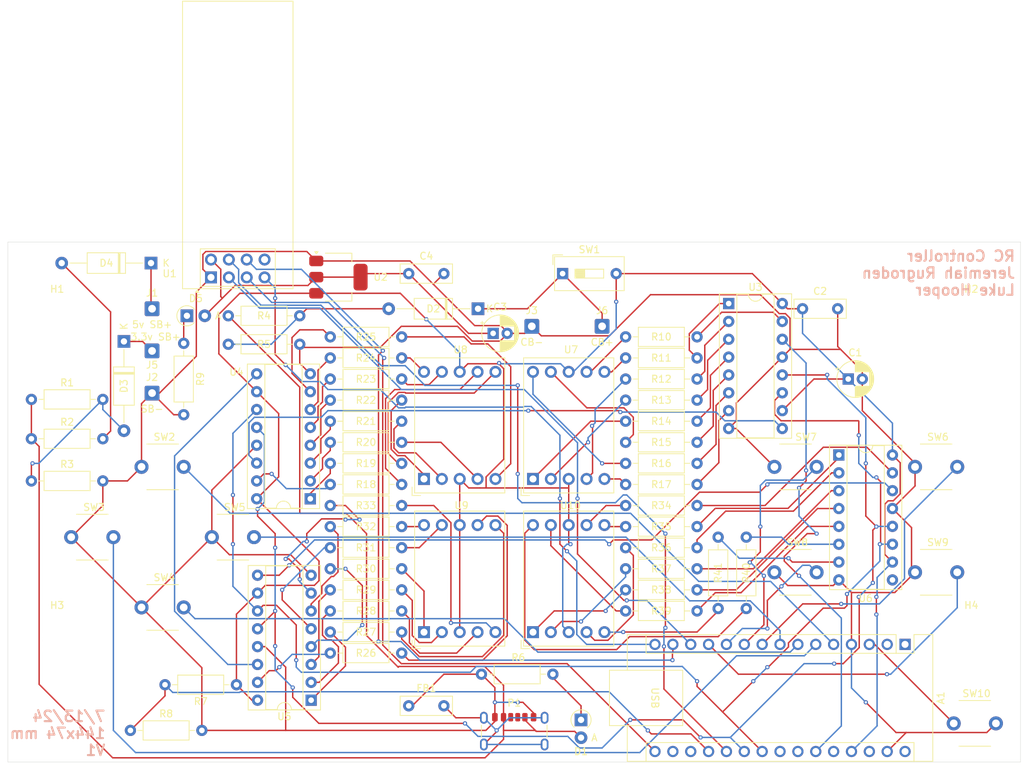
<source format=kicad_pcb>
(kicad_pcb (version 20240108) (generator "pcbnew") (generator_version "8.0")
  (layers (0 "F.Cu" signal) (31 "B.Cu" signal) (34 "B.Paste" user) (35 "F.Paste" user) (36 "B.SilkS" user "B.Silkscreen") (37 "F.SilkS" user "F.Silkscreen") (38 "B.Mask" user) (39 "F.Mask" user) (44 "Edge.Cuts" user))
  (net 0 "")
  (net 1 "Net-(A1-A6)")
  (net 2 "Net-(A1-D8)")
  (net 5 "Net-(A1-D5)")
  (net 6 "Net-(A1-D6)")
  (net 7 "GND")
  (net 8 "Net-(A1-SCK)")
  (net 9 "Net-(A1-D9)")
  (net 11 "Net-(A1-A3)")
  (net 12 "Net-(A1-~{RESET}-Pad3)")
  (net 14 "Net-(A1-D2)")
  (net 16 "Net-(A1-D4)")
  (net 18 "Net-(A1-A1)")
  (net 19 "Net-(A1-D7)")
  (net 20 "Net-(A1-D10)")
  (net 21 "Net-(A1-A2)")
  (net 22 "Net-(A1-A0)")
  (net 23 "+4.8V")
  (net 25 "Net-(A1-MOSI)")
  (net 28 "Net-(A1-D3)")
  (net 29 "Net-(A1-MISO)")
  (net 30 "+3.3V")
  (net 31 "+5V")
  (net 32 "Net-(D1-K)")
  (net 33 "Net-(D2-K)")
  (net 34 "Net-(D2-A)")
  (net 35 "Net-(D3-A)")
  (net 36 "Net-(D3-K)")
  (net 37 "Net-(D4-A)")
  (net 38 "Net-(D4-K)")
  (net 39 "Net-(D5-K)")
  (net 40 "Net-(P1-SHIELD)")
  (net 43 "Net-(U3-QA)")
  (net 44 "Net-(U7-A)")
  (net 45 "Net-(U7-B)")
  (net 46 "Net-(U3-QB)")
  (net 47 "Net-(U7-C)")
  (net 48 "Net-(U3-QC)")
  (net 49 "Net-(U3-QD)")
  (net 50 "Net-(U7-D)")
  (net 51 "Net-(U7-E)")
  (net 52 "Net-(U3-QE)")
  (net 53 "Net-(U7-F)")
  (net 54 "Net-(U3-QF)")
  (net 55 "Net-(U3-QG)")
  (net 56 "Net-(U7-G)")
  (net 57 "Net-(U7-RDP)")
  (net 58 "Net-(U3-QH)")
  (net 59 "Net-(U4-QA)")
  (net 60 "Net-(U8-A)")
  (net 61 "Net-(U4-QB)")
  (net 62 "Net-(U8-B)")
  (net 63 "Net-(U4-QC)")
  (net 64 "Net-(U8-C)")
  (net 65 "Net-(U8-D)")
  (net 66 "Net-(U4-QD)")
  (net 67 "Net-(U4-QE)")
  (net 68 "Net-(U8-E)")
  (net 69 "Net-(U4-QF)")
  (net 70 "Net-(U8-F)")
  (net 71 "Net-(U4-QG)")
  (net 72 "Net-(U8-G)")
  (net 73 "Net-(U8-RDP)")
  (net 74 "Net-(U4-QH)")
  (net 75 "Net-(U5-QA)")
  (net 76 "Net-(U9-A)")
  (net 77 "Net-(U9-B)")
  (net 78 "Net-(U5-QB)")
  (net 79 "Net-(U9-C)")
  (net 80 "Net-(U5-QC)")
  (net 81 "Net-(U5-QD)")
  (net 82 "Net-(U9-D)")
  (net 83 "Net-(U9-E)")
  (net 84 "Net-(U5-QE)")
  (net 85 "Net-(U5-QF)")
  (net 86 "Net-(U9-F)")
  (net 87 "Net-(U9-G)")
  (net 88 "Net-(U5-QG)")
  (net 89 "Net-(U5-QH)")
  (net 90 "Net-(U9-RDP)")
  (net 91 "Net-(U6-QA)")
  (net 92 "Net-(U10-A)")
  (net 93 "Net-(U6-QB)")
  (net 94 "Net-(U10-B)")
  (net 95 "Net-(U10-C)")
  (net 96 "Net-(U6-QC)")
  (net 97 "Net-(U10-D)")
  (net 98 "Net-(U6-QD)")
  (net 99 "Net-(U6-QE)")
  (net 100 "Net-(U10-E)")
  (net 101 "Net-(U10-F)")
  (net 102 "Net-(U6-QF)")
  (net 103 "Net-(U6-QG)")
  (net 104 "Net-(U10-G)")
  (net 105 "Net-(U10-RDP)")
  (net 106 "Net-(U6-QH)")
  (net 108 "Net-(U3-QH')")
  (net 109 "Net-(U4-QH')")
  (net 110 "Net-(U5-QH')")
  (footprint "Button_Switch_THT:SW_PUSH_Singular_6mm" (layer "F.Cu") (at 152 67.75)
    (property "Reference" "SW7")
    (property "Value" "SW_Push")
  )
  (footprint "Resistor_THT:R_Axial_DIN0207_L6.3mm_D2.5mm_P10.16mm_Horizontal" (layer "F.Cu") (at 130.84 75.5)
    (property "Reference" "R34")
    (property "Value" "150Ω")
  )
  (footprint "Resistor_THT:R_Axial_DIN0207_L6.3mm_D2.5mm_P10.16mm_Horizontal" (layer "F.Cu") (at 120.5 99.5 180)
    (property "Reference" "R6")
    (property "Value" "145Ω")
  )
  (footprint "Button_Switch_THT:SW_PUSH_Singular_6mm" (layer "F.Cu") (at 52 77.75)
    (property "Reference" "SW3")
    (property "Value" "SW_Push")
  )
  (footprint "Connector_Wire:SolderWire-0.5sqmm_1x01_D0.9mm_OD2.1mm" (layer "F.Cu") (at 63.5 53.5)
    (property "Reference" "J5")
    (property "Value" "3.3v SB+")
  )
  (footprint "Resistor_THT:R_Axial_DIN0207_L6.3mm_D2.5mm_P10.16mm_Horizontal" (layer "F.Cu") (at 99 54.5 180)
    (property "Reference" "R24")
    (property "Value" "150Ω")
  )
  (footprint "Capacitor_THT:C_Rect_L7.2mm_W2.5mm_P5.00mm_FKS2_FKP2_MKS2_MKP2" (layer "F.Cu") (at 100 104)
    (property "Reference" "FB1")
    (property "Value" "53Ω 100MHz")
  )
  (footprint "Button_Switch_THT:SW_PUSH_Singular_6mm" (layer "F.Cu") (at 177.5 104.25)
    (property "Reference" "SW10")
    (property "Value" "SW_Push")
  )
  (footprint "Resistor_THT:R_Axial_DIN0207_L6.3mm_D2.5mm_P10.16mm_Horizontal" (layer "F.Cu") (at 130.84 57.5)
    (property "Reference" "R12")
    (property "Value" "150Ω")
  )
  (footprint "Resistor_THT:R_Axial_DIN0207_L6.3mm_D2.5mm_P10.16mm_Horizontal" (layer "F.Cu") (at 99 93.5 180)
    (property "Reference" "R27")
    (property "Value" "150Ω")
  )
  (footprint "Resistor_THT:R_Axial_DIN0207_L6.3mm_D2.5mm_P10.16mm_Horizontal" (layer "F.Cu") (at 130.84 51.5)
    (property "Reference" "R10")
    (property "Value" "150Ω")
  )
  (footprint "Display_7Segment:LMS-5161" (layer "F.Cu") (at 117.8695 72.4095 90)
    (property "Reference" "U7")
    (property "Value" "LMS-5161")
  )
  (footprint "Resistor_THT:R_Axial_DIN0207_L6.3mm_D2.5mm_P10.16mm_Horizontal" (layer "F.Cu") (at 75.5 101 180)
    (property "Reference" "R7")
    (property "Value" "5kΩ")
  )
  (footprint "RF_Module:nRF24L01_Antenna" (layer "F.Cu") (at 71.88 43.04 90)
    (property "Reference" "U1")
    (property "Value" "NRF24L01_Breakout")
  )
  (footprint "Resistor_THT:R_Axial_DIN0207_L6.3mm_D2.5mm_P10.16mm_Horizontal" (layer "F.Cu") (at 99 75.5 180)
    (property "Reference" "R33")
    (property "Value" "150Ω")
  )
  (footprint "Resistor_THT:R_Axial_DIN0207_L6.3mm_D2.5mm_P10.16mm_Horizontal" (layer "F.Cu") (at 46.34 72)
    (property "Reference" "R3")
    (property "Value" "31Ω")
  )
  (footprint "Display_7Segment:LMS-5161" (layer "F.Cu") (at 117.8695 94.2095 90)
    (property "Reference" "U10")
    (property "Value" "LMS-5161")
  )
  (footprint "Connector_Wire:SolderWire-0.5sqmm_1x01_D0.9mm_OD2.1mm" (layer "F.Cu") (at 63.5 47.5)
    (property "Reference" "J1")
    (property "Value" "5v SB+")
  )
  (footprint "Package_DIP:DIP-16_W7.62mm_Socket" (layer "F.Cu") (at 145.5 46.76)
    (property "Reference" "U3")
    (property "Value" "74HC595")
  )
  (footprint "Resistor_THT:R_Axial_DIN0207_L6.3mm_D2.5mm_P10.16mm_Horizontal" (layer "F.Cu") (at 99 87.5 180)
    (property "Reference" "R29")
    (property "Value" "150Ω")
  )
  (footprint "Module:Arduino_Nano" (layer "F.Cu") (at 170.58 95.26 -90)
    (property "Reference" "A1")
    (property "Value" "Arduino_Nano_Every")
  )
  (footprint "Capacitor_THT:C_Rect_L7.2mm_W2.5mm_P5.00mm_FKS2_FKP2_MKS2_MKP2" (layer "F.Cu") (at 156 47.5)
    (property "Reference" "C2")
    (property "Value" "0.1uF")
  )
  (footprint "Resistor_THT:R_Axial_DIN0207_L6.3mm_D2.5mm_P10.16mm_Horizontal" (layer "F.Cu") (at 130.84 60.5)
    (property "Reference" "R13")
    (property "Value" "150Ω")
  )
  (footprint "MountingHole:MountingHole_4.3mm_M4" (layer "F.Cu") (at 50 50)
    (property "Reference" "H1")
    (property "Value" "MountingHole")
  )
  (footprint "Capacitor_THT:CP_Radial_D5.0mm_P2.00mm" (layer "F.Cu") (at 162.5 57.5)
    (property "Reference" "C1")
    (property "Value" "10uF")
  )
  (footprint "Button_Switch_THT:SW_PUSH_Singular_6mm" (layer "F.Cu") (at 172 82.75)
    (property "Reference" "SW9")
    (property "Value" "SW_Push")
  )
  (footprint "Diode_THT:D_A-405_P2.54mm_Vertical_AnodeUp" (layer "F.Cu") (at 68.455 48.5)
    (property "Reference" "D5")
    (property "Value" "LED")
  )
  (footprint "Resistor_THT:R_Axial_DIN0207_L6.3mm_D2.5mm_P10.16mm_Horizontal" (layer "F.Cu") (at 99 69.5 180)
    (property "Reference" "R19")
    (property "Value" "150Ω")
  )
  (footprint "Button_Switch_THT:SW_PUSH_Singular_6mm" (layer "F.Cu") (at 172 67.75)
    (property "Reference" "SW6")
    (property "Value" "SW_Push")
  )
  (footprint "Resistor_THT:R_Axial_DIN0207_L6.3mm_D2.5mm_P10.16mm_Horizontal" (layer "F.Cu") (at 46.34 60.4)
    (property "Reference" "R1")
    (property "Value" "16Ω")
  )
  (footprint "Resistor_THT:R_Axial_DIN0207_L6.3mm_D2.5mm_P10.16mm_Horizontal" (layer "F.Cu") (at 99 90.5 180)
    (property "Reference" "R28")
    (property "Value" "150Ω")
  )
  (footprint "Resistor_THT:R_Axial_DIN0207_L6.3mm_D2.5mm_P10.16mm_Horizontal" (layer "F.Cu") (at 130.84 90.5)
    (property "Reference" "R39")
    (property "Value" "150Ω")
  )
  (footprint "Resistor_THT:R_Axial_DIN0207_L6.3mm_D2.5mm_P10.16mm_Horizontal" (layer "F.Cu") (at 68 52.42 -90)
    (property "Reference" "R9")
    (property "Value" "60Ω")
  )
  (footprint "Button_Switch_THT:SW_PUSH_Singular_6mm" (layer "F.Cu") (at 62 67.75)
    (property "Reference" "SW2")
    (property "Value" "SW_Push")
  )
  (footprint "Resistor_THT:R_Axial_DIN0207_L6.3mm_D2.5mm_P10.16mm_Horizontal" (layer "F.Cu") (at 99 96.5 180)
    (property "Reference" "R26")
    (property "Value" "150Ω")
  )
  (footprint "MountingHole:MountingHole_4.3mm_M4" (layer "F.Cu") (at 180 50)
    (property "Reference" "H2")
    (property "Value" "MountingHole")
  )
  (footprint "Resistor_THT:R_Axial_DIN0207_L6.3mm_D2.5mm_P10.16mm_Horizontal" (layer "F.Cu") (at 130.84 66.5)
    (property "Reference" "R15")
    (property "Value" "150Ω")
  )
  (footprint "Resistor_THT:R_Axial_DIN0207_L6.3mm_D2.5mm_P10.16mm_Horizontal" (layer "F.Cu") (at 130.84 87.5)
    (property "Reference" "R38")
    (property "Value" "150Ω")
  )
  (footprint "Resistor_THT:R_Axial_DIN0207_L6.3mm_D2.5mm_P10.16mm_Horizontal" (layer "F.Cu") (at 130.84 69.5)
    (property "Reference" "R16")
    (property "Value" "150Ω")
  )
  (footprint "Resistor_THT:R_Axial_DIN0207_L6.3mm_D2.5mm_P10.16mm_Horizontal" (layer "F.Cu") (at 74.34 52.55)
    (property "Reference" "R5")
    (property "Value" "456Ω")
  )
  (footprint "Resistor_THT:R_Axial_DIN0207_L6.3mm_D2.5mm_P10.16mm_Horizontal" (layer "F.Cu") (at 130.84 81.5)
    (property "Reference" "R36")
    (property "Value" "150Ω")
  )
  (footprint "Resistor_THT:R_Axial_DIN0207_L6.3mm_D2.5mm_P10.16mm_Horizontal" (layer "F.Cu") (at 99 60.5 180)
    (property "Reference" "R22")
    (property "Value" "150Ω")
  )
  (footprint "MountingHole:MountingHole_4.3mm_M4" (layer "F.Cu") (at 50 95)
    (property "Reference" "H3")
    (property "Value" "MountingHole")
  )
  (footprint "Capacitor_THT:CP_Radial_D5.0mm_P2.00mm" (layer "F.Cu") (at 112 51)
    (property "Reference" "C3")
    (property "Value" "10uF")
  )
  (footprint "Package_DIP:DIP-16_W7.62mm_Socket" (layer "F.Cu") (at 86.12 103.2 180)
    (property "Reference" "U5")
    (property "Value" "74HC595")
  )
  (footprint "Resistor_THT:R_Axial_DIN0207_L6.3mm_D2.5mm_P10.16mm_Horizontal" (layer "F.Cu") (at 46.34 66)
    (property "Reference" "R2")
    (property "Value" "16Ω")
  )
  (footprint "Resistor_THT:R_Axial_DIN0207_L6.3mm_D2.5mm_P10.16mm_Horizontal" (layer "F.Cu") (at 99 57.5 180)
    (property "Reference" "R23")
    (property "Value" "150Ω")
  )
  (footprint "Connector_Wire:SolderWire-0.5sqmm_1x01_D0.9mm_OD2.1mm" (layer "F.Cu") (at 117.5 50 -90)
    (property "Reference" "J3")
    (property "Value" "CB-")
  )
  (footprint "Resistor_THT:R_Axial_DIN0207_L6.3mm_D2.5mm_P10.16mm_Horizontal" (layer "F.Cu") (at 130.84 84.5)
    (property "Reference" "R37")
    (property "Value" "150Ω")
  )
  (footprint "Resistor_THT:R_Axial_DIN0207_L6.3mm_D2.5mm_P10.16mm_Horizontal" (layer "F.Cu") (at 148 90.16 90)
    (property "Reference" "R40")
    (property "Value" "150Ω")
  )
  (footprint "Button_Switch_THT:SW_DIP_SPSTx01_Slide_9.78x4.72mm_W7.62mm_P2.54mm" (layer "F.Cu") (at 121.88 42.5)
    (property "Reference" "SW1")
    (property "Value" "SW_SPST")
  )
  (footprint "Package_DIP:DIP-16_W7.62mm_Socket" (layer "F.Cu") (at 86 74.54 180)
    (property "Reference" "U4")
    (property "Value" "74HC595")
  )
  (footprint "Display_7Segment:LMS-5161" (layer "F.Cu") (at 102.3695 72.4095 90)
    (property "Reference" "U8")
    (property "Value" "LMS-5161")
  )
  (footprint "Connector_USB:USB_C_Receptacle_GCT_USB4125-xx-x_6P_TopMnt_Horizontal" (layer "F.Cu") (at 115 108.7)
    (property "Reference" "P1")
    (property "Value" "USB_C_2.0")
  )
  (footprint "Package_DIP:DIP-16_W7.62mm_Socket" (layer "F.Cu") (at 161.166487 68.307747)
    (property "Reference" "U6")
    (property "Value" "74HC595")
  )
  (footprint "Diode_THT:D_A-405_P2.54mm_Vertical_AnodeUp" (layer "F.Cu") (at 124.5 106 -90)
    (property "Reference" "D1")
    (property "Value" "LED")
  )
  (footprint "Button_Switch_THT:SW_PUSH_Singular_6mm" (layer "F.Cu") (at 62 87.75)
    (property "Reference" "SW4")
    (property "Value" "SW_Push")
  )
  (footprint "Connector_Wire:SolderWire-0.5sqmm_1x01_D0.9mm_OD2.1mm" (layer "F.Cu") (at 63.5 59.5)
    (property "Reference" "J2")
    (property "Value" "SB-")
  )
  (footprint "Resistor_THT:R_Axial_DIN0207_L6.3mm_D2.5mm_P10.16mm_Horizontal" (layer "F.Cu") (at 99 66.5 180)
    (property "Reference" "R20")
    (property "Value" "150Ω")
  )
  (footprint "Resistor_THT:R_Axial_DIN0207_L6.3mm_D2.5mm_P10.16mm_Horizontal" (layer "F.Cu") (at 130.84 78.5)
    (property "Reference" "R35")
    (property "Value" "150Ω")
  )
  (footprint "Diode_THT:D_A-405_P12.70mm_Horizontal" (layer "F.Cu") (at 63.35 41 180)
    (property "Reference" "D4")
    (property "Value" "D")
  )
  (footprint "Resistor_THT:R_Axial_DIN0207_L6.3mm_D2.5mm_P10.16mm_Horizontal" (layer "F.Cu") (at 99 63.5 180)
    (property "Reference" "R21")
    (property "Value" "150Ω")
  )
  (footprint "Resistor_THT:R_Axial_DIN0207_L6.3mm_D2.5mm_P10.16mm_Horizontal" (layer "F.Cu") (at 99 78.5 180)
    (property "Reference" "R32")
    (property "Value" "150Ω")
  )
  (footprint "Resistor_THT:R_Axial_DIN0207_L6.3mm_D2.5mm_P10.16mm_Horizontal" (layer "F.Cu") (at 99 81.5 180)
    (property "Reference" "R31")
    (property "Value" "150Ω")
  )
  (footprint "Resistor_THT:R_Axial_DIN0207_L6.3mm_D2.5mm_P10.16mm_Horizontal" (layer "F.Cu") (at 130.84 63.5)
    (property "Reference" "R14")
    (property "Value" "150Ω")
  )
  (footprint "MountingHole:MountingHole_4.3mm_M4" (layer "F.Cu") (at 180 95)
    (property "Reference" "H4")
    (property "Value" "MountingHole")
  )
  (footprint "Diode_THT:D_A-405_P12.70mm_Horizontal" (layer "F.Cu") (at 109.85 47.5 180)
    (property "Reference" "D2")
    (property "Value" "D")
  )
  (footprint "Resistor_THT:R_Axial_DIN0207_L6.3mm_D2.5mm_P10.16mm_Horizontal" (layer "F.Cu") (at 130.84 54.5)
    (property "Reference" "R11")
    (property "Value" "150Ω")
  )
  (footprint "Diode_THT:D_A-405_P12.70mm_Horizontal" (layer "F.Cu") (at 59.5 52.15 -90)
    (property "Reference" "D3")
    (property "Value" "D")
  )
  (footprint "Resistor_THT:R_Axial_DIN0207_L6.3mm_D2.5mm_P10.16mm_Horizontal" (layer "F.Cu") (at 99 84.5 180)
    (property "Reference" "R30")
    (property "Value" "150Ω")
  )
  (footprint "Resistor_THT:R_Axial_DIN0207_L6.3mm_D2.5mm_P10.16mm_Horizontal" (layer "F.Cu") (at 99 72.5 180)
    (property "Reference" "R18")
    (property "Value" "150Ω")
  )
  (footprint "Button_Switch_THT:SW_PUSH_Singular_6mm" (layer "F.Cu") (at 152 82.75)
    (property "Reference" "SW8")
    (property "Value" "SW_Push")
  )
  (footprint "Button_Switch_THT:SW_PUSH_Singular_6mm" (layer "F.Cu") (at 72 77.75)
    (property "Reference" "SW5")
    (property "Value" "SW_Push")
  )
  (footprint "Resistor_THT:R_Axial_DIN0207_L6.3mm_D2.5mm_P10.16mm_Horizontal" (layer "F.Cu") (at 144 90.16 90)
    (property "Reference" "R41")
    (property "Value" "150Ω")
  )
  (footprint "Capacitor_THT:C_Rect_L7.2mm_W2.5mm_P5.00mm_FKS2_FKP2_MKS2_MKP2" (layer "F.Cu") (at 100 42.5)
    (property "Reference" "C4")
    (property "Value" "0.1uf")
  )
  (footprint "Display_7Segment:LMS-5161" (layer "F.Cu") (at 102.3695 94.2095 90)
    (property "Reference" "U9")
    (property "Value" "LMS-5161")
  )
  (footprint "Connector_Wire:SolderWire-0.5sqmm_1x01_D0.9mm_OD2.1mm" (layer "F.Cu") (at 127.5 50 -90)
    (property "Reference" "J6")
    (property "Value" "CB+")
  )
  (footprint "Resistor_THT:R_Axial_DIN0207_L6.3mm_D2.5mm_P10.16mm_Horizontal" (layer "F.Cu") (at 130.84 72.5)
    (property "Reference" "R17")
    (property "Value" "150Ω")
  )
  (footprint "Resistor_THT:R_Axial_DIN0207_L6.3mm_D2.5mm_P10.16mm_Horizontal" (layer "F.Cu") (at 99 51.5 180)
    (property "Reference" "R25")
    (property "Value" "150Ω")
  )
  (footprint "Resistor_THT:R_Axial_DIN0207_L6.3mm_D2.5mm_P10.16mm_Horizontal" (layer "F.Cu") (at 60.42 107.5)
    (property "Reference" "R8")
    (property "Value" "1.4kΩ")
  )
  (footprint "Resistor_THT:R_Axial_DIN0207_L6.3mm_D2.5mm_P10.16mm_Horizontal" (layer "F.Cu") (at 74.34 48.5)
    (property "Reference" "R4")
    (property "Value" "19Ω")
  )
  (footprint "Package_TO_SOT_SMD:SOT-223-3_TabPin2" (layer "F.Cu") (at 90 43)
    (property "Reference" "U2")
    (property "Value" "AMS1117-3.3")
  )
  (gr_line (start 43 112) (end 187 112) (stroke (width 0.05)) (layer "Edge.Cuts"))
  (gr_line (start 43 38) (end 43 112) (stroke (width 0.05)) (layer "Edge.Cuts"))
  (gr_line (start 187 112) (end 187 38) (stroke (width 0.05)) (layer "Edge.Cuts"))
  (gr_line (start 43 38) (end 187 38) (stroke (width 0.05)) (layer "Edge.Cuts"))
  (gr_text_box "7/13/24\n144x74 mm\nV1" (start 41.875 103.5) (end 58.125 109.5) (layer "B.SilkS") (effects (font (size 1.5 1.5) (thickness 0.3) (bold yes)) (justify left top mirror)) (border no))
  (gr_text_box "RC Controller\nJeremiah Rugroden\nLuke Hooper" (start 163 38) (end 187.5 49) (layer "B.SilkS") (effects (font (size 1.5 1.5) (thickness 0.3) (bold yes)) (justify left top mirror)) (border no))
  (segment (start 153.4 83.4) (end 155.5 85.5) (width 0.2) (layer "F.Cu") (net 1))
  (segment (start 156.651471 79.5) (end 153.4 82.751471) (width 0.2) (layer "F.Cu") (net 1))
  (segment (start 156.505026 71.994974) (end 155.5 73) (width 0.2) (layer "F.Cu") (net 1))
  (segment (start 158 79.5) (end 156.651471 79.5) (width 0.2) (layer "F.Cu") (net 1))
  (segment (start 153.4 82.751471) (end 153.4 83.4) (width 0.2) (layer "F.Cu") (net 1))
  (segment (start 156.505026 70.505026) (end 156.505026 71.994974) (width 0.2) (layer "F.Cu") (net 1))
  (via (at 155.5 85.5) (size 0.6) (drill 0.3) (layers "F.Cu" "B.Cu") (net 1))
  (via (at 155.5 73) (size 0.6) (drill 0.3) (layers "F.Cu" "B.Cu") (net 1))
  (via (at 156.505026 70.505026) (size 0.6) (drill 0.3) (layers "F.Cu" "B.Cu") (net 1))
  (via (at 158 79.5) (size 0.6) (drill 0.3) (layers "F.Cu" "B.Cu") (net 1))
  (segment (start 161.52 91.52) (end 161.52 106.86) (width 0.2) (layer "B.Cu") (net 1))
  (segment (start 156.5 70.5) (end 156.5 55.22) (width 0.2) (layer "B.Cu") (net 1))
  (segment (start 161.52 106.86) (end 157.88 110.5) (width 0.2) (layer "B.Cu") (net 1))
  (segment (start 156.505026 70.505026) (end 156.5 70.5) (width 0.2) (layer "B.Cu") (net 1))
  (segment (start 156.5 55.22) (end 153.12 51.84) (width 0.2) (layer "B.Cu") (net 1))
  (segment (start 155.5 77) (end 158 79.5) (width 0.2) (layer "B.Cu") (net 1))
  (segment (start 155.5 73) (end 155.5 77) (width 0.2) (layer "B.Cu") (net 1))
  (segment (start 155.5 85.5) (end 161.52 91.52) (width 0.2) (layer "B.Cu") (net 1))
  (segment (start 151 89) (end 151 93) (width 0.2) (layer "F.Cu") (net 2))
  (segment (start 153.004265 86.995735) (end 151 89) (width 0.2) (layer "F.Cu") (net 2))
  (via (at 153.004265 86.995735) (size 0.6) (drill 0.3) (layers "F.Cu" "B.Cu") (net 2))
  (via (at 151 93) (size 0.6) (drill 0.3) (layers "F.Cu" "B.Cu") (net 2))
  (segment (start 156 84) (end 153.004265 86.995735) (width 0.2) (layer "B.Cu") (net 2))
  (segment (start 151 93) (end 147.44 93) (width 0.2) (layer "B.Cu") (net 2))
  (segment (start 157 84) (end 156 84) (width 0.2) (layer "B.Cu") (net 2))
  (segment (start 158 85) (end 157 84) (width 0.2) (layer "B.Cu") (net 2))
  (segment (start 147.44 93) (end 145.18 95.26) (width 0.2) (layer "B.Cu") (net 2))
  (segment (start 139.955635 89.06) (end 148.56 89.06) (width 0.2) (layer "B.Cu") (net 5))
  (segment (start 152.8 93.3) (end 152.8 95.26) (width 0.2) (layer "B.Cu") (net 5))
  (segment (start 78 80) (end 130.895635 80) (width 0.2) (layer "B.Cu") (net 5))
  (segment (start 148.56 89.06) (end 152.8 93.3) (width 0.2) (layer "B.Cu") (net 5))
  (segment (start 130.895635 80) (end 139.955635 89.06) (width 0.2) (layer "B.Cu") (net 5))
  (segment (start 156.02 89.5) (end 150.26 95.26) (width 0.2) (layer "F.Cu") (net 6))
  (segment (start 161.5 89.5) (end 156.02 89.5) (width 0.2) (layer "F.Cu") (net 6))
  (via (at 161.5 89.5) (size 0.6) (drill 0.3) (layers "F.Cu" "B.Cu") (net 6))
  (segment (start 178 70) (end 170.5 77.5) (width 0.2) (layer "B.Cu") (net 6))
  (segment (start 166.929869 89.5) (end 161.5 89.5) (width 0.2) (layer "B.Cu") (net 6))
  (segment (start 170.5 85.929869) (end 166.929869 89.5) (width 0.2) (layer "B.Cu") (net 6))
  (segment (start 170.5 77.5) (end 170.5 85.929869) (width 0.2) (layer "B.Cu") (net 6))
  (segment (start 117.75 105.62) (end 117.75 105.02) (width 0.2) (layer "F.Cu") (net 7))
  (segment (start 112.25 106.22) (end 112.25 105.62) (width 0.2) (layer "F.Cu") (net 7))
  (segment (start 66.58 62.58) (end 63.5 59.5) (width 0.2) (layer "F.Cu") (net 7))
  (segment (start 69.795 45.125) (end 71.88 43.04) (width 0.2) (layer "F.Cu") (net 7))
  (segment (start 98.944365 50) (end 106.934314 50) (width 0.2) (layer "F.Cu") (net 7))
  (segment (start 168.786487 75.927747) (end 172 72.714234) (width 0.2) (layer "F.Cu") (net 7))
  (segment (start 86.85 40.7) (end 100.179899 40.7) (width 0.2) (layer "F.Cu") (net 7))
  (segment (start 145.5 64.54) (end 146.6 63.44) (width 0.2) (layer "F.Cu") (net 7))
  (segment (start 70.73 41.89) (end 70.73 39.77) (width 0.2) (layer "F.Cu") (net 7))
  (segment (start 134.384744 45.5) (end 150 45.5) (width 0.2) (layer "F.Cu") (net 7))
  (segment (start 109.379899 49.9) (end 113.1 49.9) (width 0.2) (layer "F.Cu") (net 7))
  (segment (start 165 103.5) (end 169.3 107.8) (width 0.2) (layer "F.Cu") (net 7))
  (segment (start 113.1 49.9) (end 114 50.8) (width 0.2) (layer "F.Cu") (net 7))
  (segment (start 117.5 50) (end 118.85 51.35) (width 0.2) (layer "F.Cu") (net 7))
  (segment (start 164.5 56.36863) (end 164.5 57.5) (width 0.2) (layer "F.Cu") (net 7))
  (segment (start 79.58 95.58) (end 82.5 98.5) (width 0.2) (layer "F.Cu") (net 7))
  (segment (start 72 73.3) (end 78.38 66.92) (width 0.2) (layer "F.Cu") (net 7))
  (segment (start 153.575635 48.2) (end 154.22 48.844365) (width 0.2) (layer "F.Cu") (net 7))
  (segment (start 154.22 48.844365) (end 154.22 53.28) (width 0.2) (layer "F.Cu") (net 7))
  (segment (start 84.95 53) (end 95.944365 53) (width 0.2) (layer "F.Cu") (net 7))
  (segment (start 85.5 39.35) (end 86.85 40.7) (width 0.2) (layer "F.Cu") (net 7))
  (segment (start 62 61) (end 63.5 59.5) (width 0.2) (layer "F.Cu") (net 7))
  (segment (start 161.41137 53.28) (end 161 52.86863) (width 0.2) (layer "F.Cu") (net 7))
  (segment (start 84.5 52.55) (end 84.5 55.26) (width 0.2) (layer "F.Cu") (net 7))
  (segment (start 162.96 87.88126) (end 169.11874 87.88126) (width 0.2) (layer "F.Cu") (net 7))
  (segment (start 172 85) (end 171.5 84.5) (width 0.2) (layer "F.Cu") (net 7))
  (segment (start 52 80) (end 56.5 75.5) (width 0.2) (layer "F.Cu") (net 7))
  (segment (start 171.5 84.5) (end 171.5 78.64126) (width 0.2) (layer "F.Cu") (net 7))
  (segment (start 161.41137 53.28) (end 164.5 56.36863) (width 0.2) (layer "F.Cu") (net 7))
  (segment (start 56.5 72) (end 60 72) (width 0.2) (layer "F.Cu") (net 7))
  (segment (start 152.7 48.2) (end 153.575635 48.2) (width 0.2) (layer "F.Cu") (net 7))
  (segment (start 82.5 107.5) (end 110.97 107.5) (width 0.2) (layer "F.Cu") (net 7))
  (segment (start 100 104) (end 100.5 104) (width 0.2) (layer "F.Cu") (net 7))
  (segment (start 64.549999 59.5) (end 69.795 54.254999) (width 0.2) (layer "F.Cu") (net 7))
  (segment (start 103.489949 44.010051) (end 109.379899 49.9) (width 0.2) (layer "F.Cu") (net 7))
  (segment (start 169.11874 87.88126) (end 172 85) (width 0.2) (layer "F.Cu") (net 7))
  (segment (start 105 99.5) (end 110.34 99.5) (width 0.2) (layer "F.Cu") (net 7))
  (segment (start 78.5 95.58) (end 79.58 95.58) (width 0.2) (layer "F.Cu") (net 7))
  (segment (start 82.5 98.5) (end 82.5 107.5) (width 0.2) (layer "F.Cu") (net 7))
  (segment (start 72 80) (end 72 73.3) (width 0.2) (layer "F.Cu") (net 7))
  (segment (start 106.934314 50) (end 109.034314 52.1) (width 0.2) (layer "F.Cu") (net 7))
  (segment (start 100.179899 40.7) (end 103.489949 44.010051) (width 0.2) (layer "F.Cu") (net 7))
  (segment (start 83.2 82.5) (end 74.5 82.5) (width 0.2) (layer "F.Cu") (net 7))
  (segment (start 128.534744 51.35) (end 134.384744 45.5) (width 0.2) (layer "F.Cu") (net 7))
  (segment (start 62 90) (end 52 80) (width 0.2) (layer "F.Cu") (net 7))
  (segment (start 154.22 53.28) (end 161.41137 53.28) (width 0.2) (layer "F.Cu") (net 7))
  (segment (start 170.74 107.8) (end 168.04 110.5) (width 0.2) (layer "F.Cu") (net 7))
  (segment (start 70.73 39.77) (end 71.15 39.35) (width 0.2) (layer "F.Cu") (net 7))
  (segment (start 152 70) (end 146.54 64.54) (width 0.2) (layer "F.Cu") (net 7))
  (segment (start 69.795 54.254999) (end 69.795 45.125) (width 0.2) (layer "F.Cu") (net 7))
  (segment (start 182.2 107.8) (end 170.74 107.8) (width 0.2) (layer "F.Cu") (net 7))
  (segment (start 62 70) (end 62 61) (width 0.2) (layer "F.Cu") (net 7))
  (segment (start 114 51) (end 116.5 51) (width 0.2) (layer "F.Cu") (net 7))
  (segment (start 62 90) (end 70.58 98.58) (width 0.2) (layer "F.Cu") (net 7))
  (segment (start 162.96 87.88126) (end 161.166487 86.087747) (width 0.2) (layer "F.Cu") (net 7))
  (segment (start 146.6 63.44) (end 146.6 60.9) (width 0.2) (layer "F.Cu") (net 7))
  (segment (start 72 80) (end 62 90) (width 0.2) (layer "F.Cu") (net 7))
  (segment (start 70.58 107.5) (end 70.58 98.58) (width 0.2) (layer "F.Cu") (net 7))
  (segment (start 74.5 82.5) (end 72 80) (width 0.2) (layer "F.Cu") (net 7))
  (segment (start 112.25 105.62) (end 112.25 103.5) (width 0.2) (layer "F.Cu") (net 7))
  (segment (start 113 52.1) (end 114 51.1) (width 0.2) (layer "F.Cu") (net 7))
  (segment (start 78.5 96) (end 78.5 95.58) (width 0.2) (layer "F.Cu") (net 7))
  (segment (start 60 72) (end 62 70) (width 0.2) (layer "F.Cu") (net 7))
  (segment (start 183.5 106.5) (end 182.2 107.8) (width 0.2) (layer "F.Cu") (net 7))
  (segment (start 172 72.714234) (end 172 70) (width 0.2) (layer "F.Cu") (net 7))
  (segment (start 114 51.1) (end 114 51) (width 0.2) (layer "F.Cu") (net 7))
  (segment (start 116.5 51) (end 117.5 50) (width 0.2) (layer "F.Cu") (net 7))
  (segment (start 56.5 75.5) (end 56.5 72) (width 0.2) (layer "F.Cu") (net 7))
  (segment (start 117.75 105.02) (end 116.23 103.5) (width 0.2) (layer "F.Cu") (net 7))
  (segment (start 172 70) (end 172 69.5) (width 0.2) (layer "F.Cu") (net 7))
  (segment (start 164.5 62) (end 164.5 57.5) (width 0.2) (layer "F.Cu") (net 7))
  (segment (start 109.034314 52.1) (end 113 52.1) (width 0.2) (layer "F.Cu") (net 7))
  (segment (start 114 50.8) (end 114 51) (width 0.2) (layer "F.Cu") (net 7))
  (segment (start 172 69.5) (end 164.5 62) (width 0.2) (layer "F.Cu") (net 7))
  (segment (start 154.22 53.28) (end 153.12 54.38) (width 0.2) (layer "F.Cu") (net 7))
  (segment (start 110.97 107.5) (end 112.25 106.22) (width 0.2) (layer "F.Cu") (net 7))
  (segment (start 112.25 103.5) (end 112.25 101.41) (width 0.2) (layer "F.Cu") (net 7))
  (segment (start 71.88 43.04) (end 70.73 41.89) (width 0.2) (layer "F.Cu") (net 7))
  (segment (start 63.5 59.5) (end 64.549999 59.5) (width 0.2) (layer "F.Cu") (net 7))
  (segment (start 103.489949 44.010051) (end 105 42.5) (width 0.2) (layer "F.Cu") (net 7))
  (segment (start 169.3 107.8) (end 170.74 107.8) (width 0.2) (layer "F.Cu") (net 7))
  (segment (start 112.25 101.41) (end 110.34 99.5) (width 0.2) (layer "F.Cu") (net 7))
  (segment (start 68 62.58) (end 66.58 62.58) (width 0.2) (layer "F.Cu") (net 7))
  (segment (start 171.5 78.64126) (end 168.786487 75.927747) (width 0.2) (layer "F.Cu") (net 7))
  (segment (start 150 45.5) (end 152.7 48.2) (width 0.2) (layer "F.Cu") (net 7))
  (segment (start 160.366488 86.887746) (end 153.887746 86.887746) (width 0.2) (layer "F.Cu") (net 7))
  (segment (start 146.6 60.9) (end 153.12 54.38) (width 0.2) (layer "F.Cu") (net 7))
  (segment (start 161 52.86863) (end 161 47.5) (width 0.2) (layer "F.Cu") (net 7))
  (segment (start 95.944365 53) (end 98.944365 50) (width 0.2) (layer "F.Cu") (net 7))
  (segment (start 146.54 64.54) (end 145.5 64.54) (width 0.2) (layer "F.Cu") (net 7))
  (segment (start 84.5 55.26) (end 86 56.76) (width 0.2) (layer "F.Cu") (net 7))
  (segment (start 162.96 95.26) (end 162.96 87.88126) (width 0.2) (layer "F.Cu") (net 7))
  (segment (start 118.85 51.35) (end 128.534744 51.35) (width 0.2) (layer "F.Cu") (net 7))
  (segment (start 71.15 39.35) (end 85.5 39.35) (width 0.2) (layer "F.Cu") (net 7))
  (segment (start 84.5 52.55) (end 84.95 53) (width 0.2) (layer "F.Cu") (net 7))
  (segment (start 70.58 107.5) (end 82.5 107.5) (width 0.2) (layer "F.Cu") (net 7))
  (segment (start 153.887746 86.887746) (end 152 85) (width 0.2) (layer "F.Cu") (net 7))
  (segment (start 86.12 85.42) (end 83.2 82.5) (width 0.2) (layer "F.Cu") (net 7))
  (segment (start 161.166487 86.087747) (end 160.366488 86.887746) (width 0.2) (layer "F.Cu") (net 7))
  (segment (start 100.5 104) (end 105 99.5) (width 0.2) (layer "F.Cu") (net 7))
  (segment (start 116.23 103.5) (end 115.5 103.5) (width 0.2) (layer "F.Cu") (net 7))
  (via (at 112.25 103.5) (size 0.6) (drill 0.3) (layers "F.Cu" "B.Cu") (net 7))
  (via (at 115.5 103.5) (size 0.6) (drill 0.3) (layers "F.Cu" "B.Cu") (net 7))
  (via (at 165 103.5) (size 0.6) (drill 0.3) (layers "F.Cu" "B.Cu") (net 7))
  (segment (start 162.96 95.26) (end 162.96 101.46) (width 0.2) (layer "B.Cu") (net 7))
  (segment (start 115.5 103.5) (end 112.25 103.5) (width 0.2) (layer "B.Cu") (net 7))
  (segment (start 162.96 101.46) (end 165 103.5) (width 0.2) (layer "B.Cu") (net 7))
  (segment (start 96.5 54.5) (end 96.3 54.7) (width 0.2) (layer "F.Cu") (net 8))
  (segment (start 98.944365 98) (end 122.52 98) (width 0.2) (layer "F.Cu") (net 8))
  (segment (start 96.3 95.355635) (end 98.944365 98) (width 0.2) (layer "F.Cu") (net 8))
  (segment (start 122.52 98) (end 135.02 110.5) (width 0.2) (layer "F.Cu") (net 8))
  (segment (start 96.3 54.7) (end 96.3 95.355635) (width 0.2) (layer "F.Cu") (net 8))
  (via (at 96.5 54.5) (size 0.6) (drill 0.3) (layers "F.Cu" "B.Cu") (net 8))
  (segment (start 76.96 43.04) (end 80.52 46.6) (width 0.2) (layer "B.Cu") (net 8))
  (segment (start 88.6 46.6) (end 96.5 54.5) (width 0.2) (layer "B.Cu") (net 8))
  (segment (start 80.52 46.6) (end 88.6 46.6) (width 0.2) (layer "B.Cu") (net 8))
  (segment (start 146.88 99.5) (end 168 99.5) (width 0.2) (layer "F.Cu") (net 9))
  (segment (start 142.64 95.26) (end 146.88 99.5) (width 0.2) (layer "F.Cu") (net 9))
  (via (at 168 99.5) (size 0.6) (drill 0.3) (layers "F.Cu" "B.Cu") (net 9))
  (segment (start 168 99.5) (end 168.54 99.5) (width 0.2) (layer "B.Cu") (net 9))
  (segment (start 168.54 99.5) (end 178 90.04) (width 0.2) (layer "B.Cu") (net 9))
  (segment (start 178 90.04) (end 178 85) (width 0.2) (layer "B.Cu") (net 9))
  (segment (start 75 74) (end 75 81) (width 0.2) (layer "F.Cu") (net 11))
  (segment (start 154 95.044365) (end 158.944365 90.1) (width 0.2) (layer "F.Cu") (net 11))
  (segment (start 164 63.5) (end 164 65.5) (width 0.2) (layer "F.Cu") (net 11))
  (segment (start 78.5 90.5) (end 79.299999 89.700001) (width 0.2) (layer "F.Cu") (net 11))
  (segment (start 141 101.24) (end 144.63 104.87) (width 0.2) (layer "F.Cu") (net 11))
  (segment (start 167.1 80.9) (end 167 81) (width 0.2) (layer "F.Cu") (net 11))
  (segment (start 162.320238 89.739762) (end 162.320238 88.090027) (width 0.2) (layer "F.Cu") (net 11))
  (segment (start 161.96 90.1) (end 162.320238 89.739762) (width 0.2) (layer "F.Cu") (net 11))
  (segment (start 166.5 71.5) (end 167.1 72.1) (width 0.2) (layer "F.Cu") (net 11))
  (segment (start 167.1 72.1) (end 167.1 80.9) (width 0.2) (layer "F.Cu") (net 11))
  (segment (start 163.94 63.44) (end 164 63.5) (width 0.2) (layer "F.Cu") (net 11))
  (segment (start 79.299999 89.700001) (end 81.200001 89.700001) (width 0.2) (layer "F.Cu") (net 11))
  (segment (start 144.63 104.87) (end 149 100.5) (width 0.2) (layer "F.Cu") (net 11))
  (segment (start 144.63 104.87) (end 150.26 110.5) (width 0.2) (layer "F.Cu") (net 11))
  (segment (start 81.200001 89.700001) (end 84 92.5) (width 0.2) (layer "F.Cu") (net 11))
  (segment (start 84 92.5) (end 84 97.5) (width 0.2) (layer "F.Cu") (net 11))
  (segment (start 152.02 60.56) (end 152.02 62.52) (width 0.2) (layer "F.Cu") (net 11))
  (segment (start 151 98.5) (end 151.115635 98.5) (width 0.2) (layer "F.Cu") (net 11))
  (segment (start 152.02 62.52) (end 152.94 63.44) (width 0.2) (layer "F.Cu") (net 11))
  (segment (start 152.94 63.44) (end 163.94 63.44) (width 0.2) (layer "F.Cu") (net 11))
  (segment (start 154 95.615635) (end 154 95.044365) (width 0.2) (layer "F.Cu") (net 11))
  (segment (start 153.12 59.46) (end 152.02 60.56) (width 0.2) (layer "F.Cu") (net 11))
  (segment (start 141 100.5) (end 141 101.24) (width 0.2) (layer "F.Cu") (net 11))
  (segment (start 151.115635 98.5) (end 154 95.615635) (width 0.2) (layer "F.Cu") (net 11))
  (segment (start 158.944365 90.1) (end 161.96 90.1) (width 0.2) (layer "F.Cu") (net 11))
  (via (at 141 100.5) (size 0.6) (drill 0.3) (layers "F.Cu" "B.Cu") (net 11))
  (via (at 84 97.5) (size 0.6) (drill 0.3) (layers "F.Cu" "B.Cu") (net 11))
  (via (at 167 81) (size 0.6) (drill 0.3) (layers "F.Cu" "B.Cu") (net 11))
  (via (at 164 65.5) (size 0.6) (drill 0.3) (layers "F.Cu" "B.Cu") (net 11))
  (via (at 75 81) (size 0.6) (drill 0.3) (layers "F.Cu" "B.Cu") (net 11))
  (via (at 75 74) (size 0.6) (drill 0.3) (layers "F.Cu" "B.Cu") (net 11))
  (via (at 162.320238 88.090027) (size 0.6) (drill 0.3) (layers "F.Cu" "B.Cu") (net 11))
  (via (at 149 100.5) (size 0.6) (drill 0.3) (layers "F.Cu" "B.Cu") (net 11))
  (via (at 151 98.5) (size 0.6) (drill 0.3) (layers "F.Cu" "B.Cu") (net 11))
  (via (at 166.5 71.5) (size 0.6) (drill 0.3) (layers "F.Cu" "B.Cu") (net 11))
  (segment (start 78.38 61.84) (end 75 65.22) (width 0.2) (layer "B.Cu") (net 11))
  (segment (start 109.6 98.4) (end 138.9 98.4) (width 0.2) (layer "B.Cu") (net 11))
  (segment (start 84 98.5) (end 84.72 99.22) (width 0.2) (layer "B.Cu") (net 11))
  (segment (start 108.78 99.22) (end 109.6 98.4) (width 0.2) (layer "B.Cu") (net 11))
  (segment (start 75 87) (end 78.5 90.5) (width 0.2) (layer "B.Cu") (net 11))
  (segment (start 168.77874 81) (end 168.786487 81.007747) (width 0.2) (layer "B.Cu") (net 11))
  (segment (start 75 65.22) (end 75 74) (width 0.2) (layer "B.Cu") (net 11))
  (segment (start 75 81) (end 75 87) (width 0.2) (layer "B.Cu") (net 11))
  (segment (start 167 83.410265) (end 167 81) (width 0.2) (layer "B.Cu") (net 11))
  (segment (start 84.72 99.22) (end 108.78 99.22) (width 0.2) (layer "B.Cu") (net 11))
  (segment (start 164 65.5) (end 164 69.5) (width 0.2) (layer "B.Cu") (net 11))
  (segment (start 84 97.5) (end 84 98.5) (width 0.2) (layer "B.Cu") (net 11))
  (segment (start 164 69.5) (end 166 71.5) (width 0.2) (layer "B.Cu") (net 11))
  (segment (start 167 81) (end 168.77874 81) (width 0.2) (layer "B.Cu") (net 11))
  (segment (start 162.320238 88.090027) (end 167 83.410265) (width 0.2) (layer "B.Cu") (net 11))
  (segment (start 138.9 98.4) (end 141 100.5) (width 0.2) (layer "B.Cu") (net 11))
  (segment (start 149 100.5) (end 151 98.5) (width 0.2) (layer "B.Cu") (net 11))
  (segment (start 166 71.5) (end 166.5 71.5) (width 0.2) (layer "B.Cu") (net 11))
  (segment (start 177.5 106.5) (end 166.26 95.26) (width 0.2) (layer "F.Cu") (net 12))
  (segment (start 166.26 95.26) (end 165.5 95.26) (width 0.2) (layer "F.Cu") (net 12))
  (segment (start 141.244365 86.3) (end 151.46 86.3) (width 0.2) (layer "B.Cu") (net 14))
  (segment (start 68 70) (end 74.6 76.6) (width 0.2) (layer "B.Cu") (net 14))
  (segment (start 131.544365 76.6) (end 141.244365 86.3) (width 0.2) (layer "B.Cu") (net 14))
  (segment (start 151.46 86.3) (end 160.42 95.26) (width 0.2) (layer "B.Cu") (net 14))
  (segment (start 74.6 76.6) (end 131.544365 76.6) (width 0.2) (layer "B.Cu") (net 14))
  (segment (start 154.24 96.36) (end 155.34 95.26) (width 0.2) (layer "B.Cu") (net 16))
  (segment (start 68 90) (end 69.6 91.6) (width 0.2) (layer "B.Cu") (net 16))
  (segment (start 113.6 91.6) (end 118.36 96.36) (width 0.2) (layer "B.Cu") (net 16))
  (segment (start 69.6 91.6) (end 113.6 91.6) (width 0.2) (layer "B.Cu") (net 16))
  (segment (start 118.36 96.36) (end 154.24 96.36) (width 0.2) (layer "B.Cu") (net 16))
  (segment (start 115.5 58.4) (end 115.5 71) (width 0.2) (layer "F.Cu") (net 18))
  (segment (start 136.292091 101.612091) (end 145.18 110.5) (width 0.2) (layer "F.Cu") (net 18))
  (segment (start 136.5 79.5) (end 136.5 92.9) (width 0.2) (layer "F.Cu") (net 18))
  (segment (start 136.292091 95.547074) (end 136.292091 101.612091) (width 0.2) (layer "F.Cu") (net 18))
  (via (at 136.5 92.9) (size 0.6) (drill 0.3) (layers "F.Cu" "B.Cu") (net 18))
  (via (at 136.5 79.5) (size 0.6) (drill 0.3) (layers "F.Cu" "B.Cu") (net 18))
  (via (at 115.5 71) (size 0.6) (drill 0.3) (layers "F.Cu" "B.Cu") (net 18))
  (via (at 115.5 58.4) (size 0.6) (drill 0.3) (layers "F.Cu" "B.Cu") (net 18))
  (via (at 136.292091 95.547074) (size 0.6) (drill 0.3) (layers "F.Cu" "B.Cu") (net 18))
  (segment (start 79 47) (end 87.5 47) (width 0.2) (layer "B.Cu") (net 18))
  (segment (start 102.3 58.4) (end 115.5 58.4) (width 0.2) (layer "B.Cu") (net 18))
  (segment (start 75.81 43.81) (end 79 47) (width 0.2) (layer "B.Cu") (net 18))
  (segment (start 115.5 71) (end 115.5 74.5) (width 0.2) (layer "B.Cu") (net 18))
  (segment (start 130.5 74) (end 131 74) (width 0.2) (layer "B.Cu") (net 18))
  (segment (start 129.4 75.1) (end 130.5 74) (width 0.2) (layer "B.Cu") (net 18))
  (segment (start 87.510051 47) (end 96.110051 55.6) (width 0.2) (layer "B.Cu") (net 18))
  (segment (start 116.1 75.1) (end 129.4 75.1) (width 0.2) (layer "B.Cu") (net 18))
  (segment (start 131 74) (end 136.5 79.5) (width 0.2) (layer "B.Cu") (net 18))
  (segment (start 115.5 74.5) (end 116.1 75.1) (width 0.2) (layer "B.Cu") (net 18))
  (segment (start 136.292091 93.207909) (end 136.292091 95.547074) (width 0.2) (layer "B.Cu") (net 18))
  (segment (start 96.110051 55.6) (end 99.5 55.6) (width 0.2) (layer "B.Cu") (net 18))
  (segment (start 136.5 93) (end 136.292091 93.207909) (width 0.2) (layer "B.Cu") (net 18))
  (segment (start 87.5 47) (end 87.510051 47) (width 0.2) (layer "B.Cu") (net 18))
  (segment (start 99.5 55.6) (end 102.3 58.4) (width 0.2) (layer "B.Cu") (net 18))
  (segment (start 75.81 41.89) (end 75.81 43.81) (width 0.2) (layer "B.Cu") (net 18))
  (segment (start 74.42 40.5) (end 75.81 41.89) (width 0.2) (layer "B.Cu") (net 18))
  (segment (start 136.5 92.9) (end 136.5 93) (width 0.2) (layer "B.Cu") (net 18))
  (segment (start 150.505026 92.474974) (end 147.72 95.26) (width 0.2) (layer "F.Cu") (net 19))
  (segment (start 150 78.5) (end 150 82.1) (width 0.2) (layer "F.Cu") (net 19))
  (segment (start 150.505026 85.505026) (end 150.505026 92.474974) (width 0.2) (layer "F.Cu") (net 19))
  (segment (start 150 82.1) (end 148.5 83.6) (width 0.2) (layer "F.Cu") (net 19))
  (via (at 148.5 83.6) (size 0.6) (drill 0.3) (layers "F.Cu" "B.Cu") (net 19))
  (via (at 150 78.5) (size 0.6) (drill 0.3) (layers "F.Cu" "B.Cu") (net 19))
  (via (at 150.505026 85.505026) (size 0.6) (drill 0.3) (layers "F.Cu" "B.Cu") (net 19))
  (segment (start 158 70) (end 156.112253 71.887747) (width 0.2) (layer "B.Cu") (net 19))
  (segment (start 148.6 83.6) (end 150.505026 85.505026) (width 0.2) (layer "B.Cu") (net 19))
  (segment (start 150.763724 71.887747) (end 150 72.651471) (width 0.2) (layer "B.Cu") (net 19))
  (segment (start 150 72.651471) (end 150 78.5) (width 0.2) (layer "B.Cu") (net 19))
  (segment (start 148.5 83.6) (end 148.6 83.6) (width 0.2) (layer "B.Cu") (net 19))
  (segment (start 156.112253 71.887747) (end 150.763724 71.887747) (width 0.2) (layer "B.Cu") (net 19))
  (segment (start 130.6 89) (end 131 89) (width 0.2) (layer "F.Cu") (net 20))
  (segment (start 124 74.5) (end 124 82.4) (width 0.2) (layer "F.Cu") (net 20))
  (segment (start 124 82.4) (end 130.6 89) (width 0.2) (layer "F.Cu") (net 20))
  (via (at 124 74.5) (size 0.6) (drill 0.3) (layers "F.Cu" "B.Cu") (net 20))
  (via (at 131 89) (size 0.6) (drill 0.3) (layers "F.Cu" "B.Cu") (net 20))
  (segment (start 78.78 47.4) (end 87.344365 47.4) (width 0.2) (layer "B.Cu") (net 20))
  (segment (start 116.434314 59) (end 124 66.565686) (width 0.2) (layer "B.Cu") (net 20))
  (segment (start 131 89) (end 133.84 89) (width 0.2) (layer "B.Cu") (net 20))
  (segment (start 124 66.565686) (end 124 74.5) (width 0.2) (layer "B.Cu") (net 20))
  (segment (start 98.944365 59) (end 116.434314 59) (width 0.2) (layer "B.Cu") (net 20))
  (segment (start 87.344365 47.4) (end 98.944365 59) (width 0.2) (layer "B.Cu") (net 20))
  (segment (start 74.42 43.04) (end 78.78 47.4) (width 0.2) (layer "B.Cu") (net 20))
  (segment (start 133.84 89) (end 140.1 95.26) (width 0.2) (layer "B.Cu") (net 20))
  (segment (start 81 90.5) (end 81 90.54) (width 0.2) (layer "F.Cu") (net 21))
  (segment (start 81 79.5) (end 81 81.5) (width 0.2) (layer "F.Cu") (net 21))
  (segment (start 83.5 101.4) (end 83.5 102.78) (width 0.2) (layer "F.Cu") (net 21))
  (segment (start 153.12 56.92) (end 159.48 56.92) (width 0.2) (layer "F.Cu") (net 21))
  (segment (start 160.5 98) (end 161.775635 98) (width 0.2) (layer "F.Cu") (net 21))
  (segment (start 81 90.5) (end 81 95.5) (width 0.2) (layer "F.Cu") (net 21))
  (segment (start 131.5 106) (end 139 106) (width 0.2) (layer "F.Cu") (net 21))
  (segment (start 139 106) (end 141.5 108.5) (width 0.2) (layer "F.Cu") (net 21))
  (segment (start 166 79) (end 166.5 78.5) (width 0.2) (layer "F.Cu") (net 21))
  (segment (start 87.22 106.5) (end 108 106.5) (width 0.2) (layer "F.Cu") (net 21))
  (segment (start 159.48 56.92) (end 159.5 56.9) (width 0.2) (layer "F.Cu") (net 21))
  (segment (start 165 69.5) (end 165 77) (width 0.2) (layer "F.Cu") (net 21))
  (segment (start 78.5 76) (end 78.5 77) (width 0.2) (layer "F.Cu") (net 21))
  (segment (start 161.775635 98) (end 164.06 95.715635) (width 0.2) (layer "F.Cu") (net 21))
  (segment (start 83.5 102.78) (end 87.22 106.5) (width 0.2) (layer "F.Cu") (net 21))
  (segment (start 78.5 77) (end 81 79.5) (width 0.2) (layer "F.Cu") (net 21))
  (segment (start 81 90.54) (end 78.5 93.04) (width 0.2) (layer "F.Cu") (net 21))
  (segment (start 165 77) (end 166.5 78.5) (width 0.2) (layer "F.Cu") (net 21))
  (segment (start 164.06 95.715635) (end 164.06 88.56) (width 0.2) (layer "F.Cu") (net 21))
  (segment (start 164.06 88.56) (end 164 88.5) (width 0.2) (layer "F.Cu") (net 21))
  (segment (start 166 86.5) (end 166 79) (width 0.2) (layer "F.Cu") (net 21))
  (via (at 83.5 101.4) (size 0.6) (drill 0.3) (layers "F.Cu" "B.Cu") (net 21))
  (via (at 78.5 76) (size 0.6) (drill 0.3) (layers "F.Cu" "B.Cu") (net 21))
  (via (at 81 95.5) (size 0.6) (drill 0.3) (layers "F.Cu" "B.Cu") (net 21))
  (via (at 81 81.5) (size 0.6) (drill 0.3) (layers "F.Cu" "B.Cu") (net 21))
  (via (at 166.5 78.5) (size 0.6) (drill 0.3) (layers "F.Cu" "B.Cu") (net 21))
  (via (at 166 86.5) (size 0.6) (drill 0.3) (layers "F.Cu" "B.Cu") (net 21))
  (via (at 131.5 106) (size 0.6) (drill 0.3) (layers "F.Cu" "B.Cu") (net 21))
  (via (at 141.5 108.5) (size 0.6) (drill 0.3) (layers "F.Cu" "B.Cu") (net 21))
  (via (at 160.5 98) (size 0.6) (drill 0.3) (layers "F.Cu" "B.Cu") (net 21))
  (via (at 108 106.5) (size 0.6) (drill 0.3) (layers "F.Cu" "B.Cu") (net 21))
  (via (at 159.5 56.9) (size 0.6) (drill 0.3) (layers "F.Cu" "B.Cu") (net 21))
  (via (at 165 69.5) (size 0.6) (drill 0.3) (layers "F.Cu" "B.Cu") (net 21))
  (via (at 81 90.5) (size 0.6) (drill 0.3) (layers "F.Cu" "B.Cu") (net 21))
  (via (at 164 88.5) (size 0.6) (drill 0.3) (layers "F.Cu" "B.Cu") (net 21))
  (segment (start 81 95.5) (end 81 98.9) (width 0.2) (layer "B.Cu") (net 21))
  (segment (start 165 69.5) (end 165 63) (width 0.2) (layer "B.Cu") (net 21))
  (segment (start 78.38 64.38) (end 79.48 65.48) (width 0.2) (layer "B.Cu") (net 21))
  (segment (start 159.5 57.5) (end 159.5 56.9) (width 0.2) (layer "B.Cu") (net 21))
  (segment (start 122.612943 108.35) (end 124.262943 110) (width 0.2) (layer "B.Cu") (net 21))
  (segment (start 127.5 110) (end 131.5 106) (width 0.2) (layer "B.Cu") (net 21))
  (segment (start 145.72 108.5) (end 147.72 110.5) (width 0.2) (layer "B.Cu") (net 21))
  (segment (start 156.22 98) (end 160.5 98) (width 0.2) (layer "B.Cu") (net 21))
  (segment (start 141.5 108.5) (end 145.72 108.5) (width 0.2) (layer "B.Cu") (net 21))
  (segment (start 166.5 78.5) (end 166.532253 78.467747) (width 0.2) (layer "B.Cu") (net 21))
  (segment (start 164 88.5) (end 166 86.5) (width 0.2) (layer "B.Cu") (net 21))
  (segment (start 79.48 65.48) (end 79.48 75.02) (width 0.2) (layer "B.Cu") (net 21))
  (segment (start 81 81.5) (end 81 90.5) (width 0.2) (layer "B.Cu") (net 21))
  (segment (start 108 106.5) (end 109.85 108.35) (width 0.2) (layer "B.Cu") (net 21))
  (segment (start 79.48 75.02) (end 78.5 76) (width 0.2) (layer "B.Cu") (net 21))
  (segment (start 166.532253 78.467747) (end 168.786487 78.467747) (width 0.2) (layer "B.Cu") (net 21))
  (segment (start 109.85 108.35) (end 122.612943 108.35) (width 0.2) (layer "B.Cu") (net 21))
  (segment (start 165 63) (end 159.5 57.5) (width 0.2) (layer "B.Cu") (net 21))
  (segment (start 124.262943 110) (end 127.5 110) (width 0.2) (layer "B.Cu") (net 21))
  (segment (start 81 98.9) (end 83.5 101.4) (width 0.2) (layer "B.Cu") (net 21))
  (segment (start 145.72 108.5) (end 156.22 98) (width 0.2) (layer "B.Cu") (net 21))
  (segment (start 134.5 108) (end 140.14 108) (width 0.2) (layer "F.Cu") (net 22))
  (segment (start 65.34 101) (end 65.34 102.58) (width 0.2) (layer "F.Cu") (net 22))
  (segment (start 140.14 108) (end 142.64 110.5) (width 0.2) (layer "F.Cu") (net 22))
  (segment (start 65.34 102.58) (end 60.42 107.5) (width 0.2) (layer "F.Cu") (net 22))
  (segment (start 134 107.5) (end 134.5 108) (width 0.2) (layer "F.Cu") (net 22))
  (via (at 134 107.5) (size 0.6) (drill 0.3) (layers "F.Cu" "B.Cu") (net 22))
  (segment (start 128.5 102) (end 134 107.5) (width 0.2) (layer "B.Cu") (net 22))
  (segment (start 66.44 102.1) (end 75.955635 102.1) (width 0.2) (layer "B.Cu") (net 22))
  (segment (start 65.34 101) (end 66.44 102.1) (width 0.2) (layer "B.Cu") (net 22))
  (segment (start 76.055635 102) (end 128.5 102) (width 0.2) (layer "B.Cu") (net 22))
  (segment (start 75.955635 102.1) (end 76.055635 102) (width 0.2) (layer "B.Cu") (net 22))
  (segment (start 73 48.284365) (end 73 53.92) (width 0.2) (layer "F.Cu") (net 23))
  (segment (start 78.5 87.96) (end 75.5 90.96) (width 0.2) (layer "F.Cu") (net 23))
  (segment (start 129.5 42.5) (end 129.5 46.5) (width 0.2) (layer "F.Cu") (net 23))
  (segment (start 107.2495 93.5195) (end 107.2495 78.2795) (width 0.2) (layer "F.Cu") (net 23))
  (segment (start 107.2495 78.2795) (end 107.2495 71.7195) (width 0.2) (layer "F.Cu") (net 23))
  (segment (start 86.85 45.3) (end 98.8 45.3) (width 0.2) (layer "F.Cu") (net 23))
  (segment (start 81.5 71.42) (end 78.38 74.54) (width 0.2) (layer "F.Cu") (net 23))
  (segment (start 75.5 101) (end 77.7 103.2) (width 0.2) (layer "F.Cu") (net 23))
  (segment (start 153.12 46.76) (end 148.86 42.5) (width 0.2) (layer "F.Cu") (net 23))
  (segment (start 153.86 47.5) (end 153.12 46.76) (width 0.2) (layer "F.Cu") (net 23))
  (segment (start 157.62 57.5) (end 153.12 62) (width 0.2) (layer "F.Cu") (net 23))
  (segment (start 122.7495 73) (end 122.7495 78.2795) (width 0.2) (layer "F.Cu") (net 23))
  (segment (start 122.7495 80.7495) (end 122.7495 78.2795) (width 0.2) (layer "F.Cu") (net 23))
  (segment (start 167.686487 82.447747) (end 168.786487 83.547747) (width 0.2) (layer "F.Cu") (net 23))
  (segment (start 113.5 68.922654) (end 111 71.422654) (width 0.2) (layer "F.Cu") (net 23))
  (segment (start 87.24 86.195635) (end 86.575635 86.86) (width 0.2) (layer "F.Cu") (net 23))
  (segment (start 87.24 83.4) (end 87.24 86.195635) (width 0.2) (layer "F.Cu") (net 23))
  (segment (start 75.5 90.96) (end 75.5 101) (width 0.2) (layer "F.Cu") (net 23))
  (segment (start 166.5 91) (end 166.5 88.5) (width 0.2) (layer "F.Cu") (net 23))
  (segment (start 123 81) (end 122.7495 80.7495) (width 0.2) (layer "F.Cu") (net 23))
  (segment (start 113.5 56.023654) (end 113.5 68.922654) (width 0.2) (layer "F.Cu") (net 23))
  (segment (start 111 71.422654) (end 111 73) (width 0.2) (layer "F.Cu") (net 23))
  (segment (start 78.38 74.54) (end 87.24 83.4) (width 0.2) (layer "F.Cu") (net 23))
  (segment (start 168.786487 68.307747) (end 169.886487 69.407747) (width 0.2) (layer "F.Cu") (net 23))
  (segment (start 86.85 45.3) (end 75.984365 45.3) (width 0.2) (layer "F.Cu") (net 23))
  (segment (start 110.135346 73) (end 108.53 73) (width 0.2) (layer "F.Cu") (net 23))
  (segment (start 77.7 103.2) (end 78.5 103.2) (width 0.2) (layer "F.Cu") (net 23))
  (segment (start 78.5 87.96) (end 78.5 88) (width 0.2) (layer "F.Cu") (net 23))
  (segment (start 79.6 86.86) (end 78.5 87.96) (width 0.2) (layer "F.Cu") (net 23))
  (segment (start 107.2495 56.4795) (end 108.3995 55.3295) (width 0.2) (layer "F.Cu") (net 23))
  (segment (start 75.984365 45.3) (end 73 48.284365) (width 0.2) (layer "F.Cu") (net 23))
  (segment (start 167.686487 75.313513) (end 167.686487 82.447747) (width 0.2) (layer "F.Cu") (net 23))
  (segment (start 122.7495 71.7195) (end 122.7495 73) (width 0.2) (layer "F.Cu") (net 23))
  (segment (start 156 47.5) (end 153.86 47.5) (width 0.2) (layer "F.Cu") (net 23))
  (segment (start 86.575635 86.86) (end 79.6 86.86) (width 0.2) (layer "F.Cu") (net 23))
  (segment (start 169.886487 69.407747) (end 169.886487 73.843382) (width 0.2) (layer "F.Cu") (net 23))
  (segment (start 168.172253 74.827747) (end 167.686487 75.313513) (width 0.2) (layer "F.Cu") (net 23))
  (segment (start 111 73) (end 122.7495 73) (width 0.2) (layer "F.Cu") (net 23))
  (segment (start 148.86 42.5) (end 129.5 42.5) (width 0.2) (layer "F.Cu") (net 23))
  (segment (start 81.5 62.42) (end 81.5 71.42) (width 0.2) (layer "F.Cu") (net 23))
  (segment (start 162.5 57.5) (end 157.62 57.5) (width 0.2) (layer "F.Cu") (net 23))
  (segment (start 108.3995 55.3295) (end 112.805846 55.3295) (width 0.2) (layer "F.Cu") (net 23))
  (segment (start 73 53.92) (end 78.38 59.3) (width 0.2) (layer "F.Cu") (net 23))
  (segment (start 108.53 73) (end 107.2495 71.7195) (width 0.2) (layer "F.Cu") (net 23))
  (segment (start 169.886487 73.843382) (end 168.902122 74.827747) (width 0.2) (layer "F.Cu") (net 23))
  (segment (start 98.8 45.3) (end 102.5 49) (width 0.2) (layer "F.Cu") (net 23))
  (segment (start 168.902122 74.827747) (end 168.172253 74.827747) (width 0.2) (layer "F.Cu") (net 23))
  (segment (start 112.805846 55.3295) (end 113.5 56.023654) (width 0.2) (layer "F.Cu") (net 23))
  (segment (start 110.135346 73) (end 111 73) (width 0.2) (layer "F.Cu") (net 23))
  (segment (start 78.38 59.3) (end 81.5 62.42) (width 0.2) (layer "F.Cu") (net 23))
  (via (at 166.5 91) (size 0.6) (drill 0.3) (layers "F.Cu" "B.Cu") (net 23))
  (via (at 123 81) (size 0.6) (drill 0.3) (layers "F.Cu" "B.Cu") (net 23))
  (via (at 166.5 88.5) (size 0.6) (drill 0.3) (layers "F.Cu" "B.Cu") (net 23))
  (via (at 112.846124 55.232261) (size 0.6) (drill 0.3) (layers "F.Cu" "B.Cu") (net 23))
  (via (at 129.5 46.5) (size 0.6) (drill 0.3) (layers "F.Cu" "B.Cu") (net 23))
  (via (at 102.5 49) (size 0.6) (drill 0.3) (layers "F.Cu" "B.Cu") (net 23))
  (segment (start 107.2495 53.7495) (end 107.2495 56.4795) (width 0.2) (layer "B.Cu") (net 23))
  (segment (start 122.7495 93.5195) (end 121.8995 92.6695) (width 0.2) (layer "B.Cu") (net 23))
  (segment (start 102.5 49) (end 107.2495 53.7495) (width 0.2) (layer "B.Cu") (net 23))
  (segment (start 121.5995 55.3295) (end 112.943363 55.3295) (width 0.2) (layer "B.Cu") (net 23))
  (segment (start 162.5 57.5) (end 168.786487 63.786487) (width 0.2) (layer "B.Cu") (net 23))
  (segment (start 166.6 106.86) (end 166.6 91.1) (width 0.2) (layer "B.Cu") (net 23))
  (segment (start 166.6 91.1) (end 166.5 91) (width 0.2) (layer "B.Cu") (net 23))
  (segment (start 122.7495 56.4795) (end 121.5995 55.3295) (width 0.2) (layer "B.Cu") (net 23))
  (segment (start 122.5 81) (end 123 81) (width 0.2) (layer "B.Cu") (net 23))
  (segment (start 156 47.5) (end 156 51) (width 0.2) (layer "B.Cu") (net 23))
  (segment (start 166.5 88.5) (end 166.6 88.4) (width 0.2) (layer "B.Cu") (net 23))
  (segment (start 129.5 46.5) (end 129.5 50.384744) (width 0.2) (layer "B.Cu") (net 23))
  (segment (start 121.8995 81.6005) (end 122.5 81) (width 0.2) (layer "B.Cu") (net 23))
  (segment (start 168.786487 63.786487) (end 168.786487 68.307747) (width 0.2) (layer "B.Cu") (net 23))
  (segment (start 121.8995 92.6695) (end 121.8995 81.6005) (width 0.2) (layer "B.Cu") (net 23))
  (segment (start 166.6 88.4) (end 166.6 85.734234) (width 0.2) (layer "B.Cu") (net 23))
  (segment (start 166.6 85.734234) (end 168.786487 83.547747) (width 0.2) (layer "B.Cu") (net 23))
  (segment (start 162.96 110.5) (end 166.6 106.86) (width 0.2) (layer "B.Cu") (net 23))
  (segment (start 129.5 50.384744) (end 123.405244 56.4795) (width 0.2) (layer "B.Cu") (net 23))
  (segment (start 156 51) (end 162.5 57.5) (width 0.2) (layer "B.Cu") (net 23))
  (segment (start 123.405244 56.4795) (end 122.7495 56.4795) (width 0.2) (layer "B.Cu") (net 23))
  (segment (start 112.943363 55.3295) (end 112.846124 55.232261) (width 0.2) (layer "B.Cu") (net 23))
  (segment (start 137.56 96.44) (end 137.56 95.26) (width 0.2) (layer "F.Cu") (net 25))
  (segment (start 96.317996 53.469467) (end 95.7 54.087463) (width 0.2) (layer "F.Cu") (net 25))
  (segment (start 137.5 97.5) (end 137.5 96.5) (width 0.2) (layer "F.Cu") (net 25))
  (segment (start 95.7 54.087463) (end 95.7 94.851473) (width 0.2) (layer "F.Cu") (net 25))
  (segment (start 137.5 96.5) (end 137.56 96.44) (width 0.2) (layer "F.Cu") (net 25))
  (via (at 95.7 94.851473) (size 0.6) (drill 0.3) (layers "F.Cu" "B.Cu") (net 25))
  (via (at 137.5 97.5) (size 0.6) (drill 0.3) (layers "F.Cu" "B.Cu") (net 25))
  (via (at 96.317996 53.469467) (size 0.6) (drill 0.3) (layers "F.Cu" "B.Cu") (net 25))
  (segment (start 95.7 94.851473) (end 98.907108 94.851473) (width 0.2) (layer "B.Cu") (net 25))
  (segment (start 76.96 40.5) (end 78.35 41.89) (width 0.2) (layer "B.Cu") (net 25))
  (segment (start 101.555635 97.5) (end 137.5 97.5) (width 0.2) (layer "B.Cu") (net 25))
  (segment (start 84.738529 41.89) (end 96.317996 53.469467) (width 0.2) (layer "B.Cu") (net 25))
  (segment (start 98.907108 94.851473) (end 101.555635 97.5) (width 0.2) (layer "B.Cu") (net 25))
  (segment (start 78.35 41.89) (end 84.738529 41.89) (width 0.2) (layer "B.Cu") (net 25))
  (segment (start 132.85 110.65) (end 146.62 96.88) (width 0.2) (layer "B.Cu") (net 28))
  (segment (start 146.62 96.88) (end 156.26 96.88) (width 0.2) (layer "B.Cu") (net 28))
  (segment (start 156.26 96.88) (end 157.88 95.26) (width 0.2) (layer "B.Cu") (net 28))
  (segment (start 58 80) (end 58 107.5) (width 0.2) (layer "B.Cu") (net 28))
  (segment (start 58 107.5) (end 61.15 110.65) (width 0.2) (layer "B.Cu") (net 28))
  (segment (start 61.15 110.65) (end 132.85 110.65) (width 0.2) (layer "B.Cu") (net 28))
  (segment (start 122.5 82) (end 121.5 81) (width 0.2) (layer "F.Cu") (net 29))
  (segment (start 81 46) (end 81 54) (width 0.2) (layer "F.Cu") (net 29))
  (segment (start 121.5 81) (end 121.5 74.5) (width 0.2) (layer "F.Cu") (net 29))
  (segment (start 81 54) (end 82.5 55.5) (width 0.2) (layer "F.Cu") (net 29))
  (via (at 82.5 55.5) (size 0.6) (drill 0.3) (layers "F.Cu" "B.Cu") (net 29))
  (via (at 121.5 74.5) (size 0.6) (drill 0.3) (layers "F.Cu" "B.Cu") (net 29))
  (via (at 122.5 82) (size 0.6) (drill 0.3) (layers "F.Cu" "B.Cu") (net 29))
  (via (at 81 46) (size 0.6) (drill 0.3) (layers "F.Cu" "B.Cu") (net 29))
  (segment (start 117.4 61.4) (end 121.5 65.5) (width 0.2) (layer "B.Cu") (net 29))
  (segment (start 84.86 57.86) (end 87.38 57.86) (width 0.2) (layer "B.Cu") (net 29))
  (segment (start 116.3 61.5) (end 116.4 61.4) (width 0.2) (layer "B.Cu") (net 29))
  (segment (start 99.555635 61.5) (end 116.3 61.5) (width 0.2) (layer "B.Cu") (net 29))
  (segment (start 98.544365 61.6) (end 99.455635 61.6) (width 0.2) (layer "B.Cu") (net 29))
  (segment (start 125.3 95.26) (end 135.02 95.26) (width 0.2) (layer "B.Cu") (net 29))
  (segment (start 79.5 43.04) (end 81 44.54) (width 0.2) (layer "B.Cu") (net 29))
  (segment (start 81 44.54) (end 81 46) (width 0.2) (layer "B.Cu") (net 29))
  (segment (start 123.8995 83.3995) (end 123.8995 93.8595) (width 0.2) (layer "B.Cu") (net 29))
  (segment (start 87.38 57.86) (end 88.52 59) (width 0.2) (layer "B.Cu") (net 29))
  (segment (start 88.52 59) (end 95.944365 59) (width 0.2) (layer "B.Cu") (net 29))
  (segment (start 82.5 55.5) (end 84.86 57.86) (width 0.2) (layer "B.Cu") (net 29))
  (segment (start 122.5 82) (end 123.8995 83.3995) (width 0.2) (layer "B.Cu") (net 29))
  (segment (start 99.455635 61.6) (end 99.555635 61.5) (width 0.2) (layer "B.Cu") (net 29))
  (segment (start 116.4 61.4) (end 117.4 61.4) (width 0.2) (layer "B.Cu") (net 29))
  (segment (start 95.944365 59) (end 98.544365 61.6) (width 0.2) (layer "B.Cu") (net 29))
  (segment (start 123.8995 93.8595) (end 125.3 95.26) (width 0.2) (layer "B.Cu") (net 29))
  (segment (start 121.5 65.5) (end 121.5 74.5) (width 0.2) (layer "B.Cu") (net 29))
  (segment (start 73.27 41.89) (end 73.27 45.77) (width 0.2) (layer "F.Cu") (net 30))
  (segment (start 71.88 40.5) (end 73.27 41.89) (width 0.2) (layer "F.Cu") (net 30))
  (segment (start 85.66 44.19) (end 75.305 44.19) (width 0.2) (layer "F.Cu") (net 30))
  (segment (start 93.15 43) (end 86.85 43) (width 0.2) (layer "F.Cu") (net 30))
  (segment (start 100 42.5) (end 108.5 51) (width 0.2) (layer "F.Cu") (net 30))
  (segment (start 73.27 45.77) (end 73.4975 45.9975) (width 0.2) (layer "F.Cu") (net 30))
  (segment (start 108.5 51) (end 112 51) (width 0.2) (layer "F.Cu") (net 30))
  (segment (start 100 42.5) (end 93.65 42.5) (width 0.2) (layer "F.Cu") (net 30))
  (segment (start 75.305 44.19) (end 73.4975 45.9975) (width 0.2) (layer "F.Cu") (net 30))
  (segment (start 73.4975 45.9975) (end 70.995 48.5) (width 0.2) (layer "F.Cu") (net 30))
  (segment (start 86.85 43) (end 85.66 44.19) (width 0.2) (layer "F.Cu") (net 30))
  (segment (start 93.65 42.5) (end 93.15 43) (width 0.2) (layer "F.Cu") (net 30))
  (segment (start 94 79.5) (end 91.1 76.6) (width 0.2) (layer "F.Cu") (net 31))
  (segment (start 98.5 98.5) (end 94 94) (width 0.2) (layer "F.Cu") (net 31))
  (segment (start 124.5 108.54) (end 123.6 107.64) (width 0.2) (layer "F.Cu") (net 31))
  (segment (start 118.14 107.64) (end 118 107.5) (width 0.2) (layer "F.Cu") (net 31))
  (segment (start 84.6 76.6) (end 84.5 76.5) (width 0.2) (layer "F.Cu") (net 31))
  (segment (start 113.48 105.62) (end 113.48 101.084365) (width 0.2) (layer "F.Cu") (net 31))
  (segment (start 57.9 111.4) (end 110.847768 111.4) (width 0.2) (layer "F.Cu") (net 31))
  (segment (start 46.34 66) (end 47.44 67.1) (width 0.2) (layer "F.Cu") (net 31))
  (segment (start 46.34 60.4) (end 46.34 66) (width 0.2) (layer "F.Cu") (net 31))
  (segment (start 110.847768 111.4) (end 113.48 108.767768) (width 0.2) (layer "F.Cu") (net 31))
  (segment (start 123.6 107.64) (end 118.14 107.64) (width 0.2) (layer "F.Cu") (net 31))
  (segment (start 84.5 58.66) (end 74.34 48.5) (width 0.2) (layer "F.Cu") (net 31))
  (segment (start 110.795635 98.4) (end 98.6 98.4) (width 0.2) (layer "F.Cu") (net 31))
  (segment (start 84.5 76.5) (end 84.5 58.66) (width 0.2) (layer "F.Cu") (net 31))
  (segment (start 47.44 100.94) (end 57.9 111.4) (width 0.2) (layer "F.Cu") (net 31))
  (segment (start 118.14 107.64) (end 116.52 106.02) (width 0.2) (layer "F.Cu") (net 31))
  (segment (start 113.48 107.5) (end 113.48 105.62) (width 0.2) (layer "F.Cu") (net 31))
  (segment (start 47.44 67.1) (end 47.44 100.94) (width 0.2) (layer "F.Cu") (net 31))
  (segment (start 116.52 106.02) (end 116.52 105.62) (width 0.2) (layer "F.Cu") (net 31))
  (segment (start 91.1 76.6) (end 84.6 76.6) (width 0.2) (layer "F.Cu") (net 31))
  (segment (start 118 107.5) (end 113.48 107.5) (width 0.2) (layer "F.Cu") (net 31))
  (segment (start 98.6 98.4) (end 98.5 98.5) (width 0.2) (layer "F.Cu") (net 31))
  (segment (start 113.48 101.084365) (end 110.795635 98.4) (width 0.2) (layer "F.Cu") (net 31))
  (segment (start 94 94) (end 94 79.5) (width 0.2) (layer "F.Cu") (net 31))
  (segment (start 113.48 108.767768) (end 113.48 107.5) (width 0.2) (layer "F.Cu") (net 31))
  (segment (start 120.5 100) (end 124.5 104) (width 0.2) (layer "F.Cu") (net 32))
  (segment (start 120.5 99.5) (end 120.5 100) (width 0.2) (layer "F.Cu") (net 32))
  (segment (start 124.5 104) (end 124.5 106) (width 0.2) (layer "F.Cu") (net 32))
  (segment (start 127.5 48.12) (end 121.88 42.5) (width 0.2) (layer "F.Cu") (net 33))
  (segment (start 116.88 47.5) (end 121.88 42.5) (width 0.2) (layer "F.Cu") (net 33))
  (segment (start 127.5 50) (end 127.5 48.12) (width 0.2) (layer "F.Cu") (net 33))
  (segment (start 109.85 47.5) (end 116.88 47.5) (width 0.2) (layer "F.Cu") (net 33))
  (segment (start 85.5 47.5) (end 84.5 48.5) (width 0.2) (layer "F.Cu") (net 34))
  (segment (start 97.15 47.5) (end 85.5 47.5) (width 0.2) (layer "F.Cu") (net 34))
  (segment (start 80.45 52.55) (end 84.5 48.5) (width 0.2) (layer "B.Cu") (net 34))
  (segment (start 74.34 52.55) (end 80.45 52.55) (width 0.2) (layer "B.Cu") (net 34))
  (segment (start 46.34 72) (end 46.34 69.66) (width 0.2) (layer "F.Cu") (net 35))
  (segment (start 46.34 69.66) (end 46.5 69.5) (width 0.2) (layer "F.Cu") (net 35))
  (via (at 46.5 69.5) (size 0.6) (drill 0.3) (layers "F.Cu" "B.Cu") (net 35))
  (segment (start 56.5 61.85) (end 59.5 64.85) (width 0.2) (layer "B.Cu") (net 35))
  (segment (start 56.5 60.4) (end 56.5 61.85) (width 0.2) (layer "B.Cu") (net 35))
  (segment (start 46.5 69.5) (end 47.4 69.5) (width 0.2) (layer "B.Cu") (net 35))
  (segment (start 47.4 69.5) (end 56.5 60.4) (width 0.2) (layer "B.Cu") (net 35))
  (segment (start 62.15 52.15) (end 63.5 53.5) (width 0.2) (layer "F.Cu") (net 36))
  (segment (start 59.5 52.15) (end 62.15 52.15) (width 0.2) (layer "F.Cu") (net 36))
  (segment (start 56.5 66) (end 57.6 64.9) (width 0.2) (layer "F.Cu") (net 37))
  (segment (start 57.6 64.9) (end 57.6 47.95) (width 0.2) (layer "F.Cu") (net 37))
  (segment (start 57.6 47.95) (end 50.65 41) (width 0.2) (layer "F.Cu") (net 37))
  (segment (start 62.85 47.5) (end 63.5 47.5) (width 0.2) (layer "F.Cu") (net 38))
  (segment (start 63.35 41) (end 63.35 47.35) (width 0.2) (layer "F.Cu") (net 38))
  (segment (start 63.35 47.35) (end 63.5 47.5) (width 0.2) (layer "F.Cu") (net 38))
  (segment (start 68 48.955) (end 68.455 48.5) (width 0.2) (layer "F.Cu") (net 39))
  (segment (start 68 52.42) (end 68 48.955) (width 0.2) (layer "F.Cu") (net 39))
  (segment (start 110.68 105.7) (end 106.7 105.7) (width 0.2) (layer "F.Cu") (net 40))
  (segment (start 106.7 105.7) (end 105 104) (width 0.2) (layer "F.Cu") (net 40))
  (segment (start 110.68 109.5) (end 112.5 107.68) (width 0.2) (layer "F.Cu") (net 40))
  (segment (start 112.5 107.68) (end 112.5 107.5) (width 0.2) (layer "F.Cu") (net 40))
  (via (at 112.5 107.5) (size 0.6) (drill 0.3) (layers "F.Cu" "B.Cu") (net 40))
  (segment (start 119.32 109.5) (end 110.68 109.5) (width 0.2) (layer "B.Cu") (net 40))
  (segment (start 112.5 107.5) (end 112.48 107.5) (width 0.2) (layer "B.Cu") (net 40))
  (segment (start 114.3 105.7) (end 112.5 107.5) (width 0.2) (layer "B.Cu") (net 40))
  (segment (start 119.32 105.7) (end 114.3 105.7) (width 0.2) (layer "B.Cu") (net 40))
  (segment (start 112.48 107.5) (end 110.68 105.7) (width 0.2) (layer "B.Cu") (net 40))
  (segment (start 141 51.5) (end 144.5 48) (width 0.2) (layer "F.Cu") (net 43))
  (segment (start 151.82 48) (end 153.12 49.3) (width 0.2) (layer "F.Cu") (net 43))
  (segment (start 144.5 48) (end 151.82 48) (width 0.2) (layer "F.Cu") (net 43))
  (segment (start 130.84 51.5) (end 125.8605 56.4795) (width 0.2) (layer "F.Cu") (net 44))
  (segment (start 125.8605 56.4795) (end 125.2895 56.4795) (width 0.2) (layer "F.Cu") (net 44))
  (segment (start 128.8605 56.4795) (end 127.8295 56.4795) (width 0.2) (layer "F.Cu") (net 45))
  (segment (start 130.84 54.5) (end 128.8605 56.4795) (width 0.2) (layer "F.Cu") (net 45))
  (segment (start 144.184365 46.76) (end 139.9 51.044365) (width 0.2) (layer "F.Cu") (net 46))
  (segment (start 145.5 46.76) (end 144.184365 46.76) (width 0.2) (layer "F.Cu") (net 46))
  (segment (start 139.9 51.044365) (end 139.9 53.4) (width 0.2) (layer "F.Cu") (net 46))
  (segment (start 139.9 53.4) (end 141 54.5) (width 0.2) (layer "F.Cu") (net 46))
  (segment (start 125.2895 71.7195) (end 126.1395 70.8695) (width 0.2) (layer "F.Cu") (net 47))
  (segment (start 126.1395 70.8695) (end 126.1395 64.2395) (width 0.2) (layer "F.Cu") (net 47))
  (segment (start 126.1395 64.2395) (end 126.068765 64.168765) (width 0.2) (layer "F.Cu") (net 47))
  (via (at 126.068765 64.168765) (size 0.6) (drill 0.3) (layers "F.Cu" "B.Cu") (net 47))
  (segment (start 126.068765 64.168765) (end 126.5 63.73753) (width 0.2) (layer "B.Cu") (net 47))
  (segment (start 126.5 61.84) (end 130.84 57.5) (width 0.2) (layer "B.Cu") (net 47))
  (segment (start 126.5 63.73753) (end 126.5 61.84) (width 0.2) (layer "B.Cu") (net 47))
  (segment (start 142.1 52.7) (end 142.1 56.4) (width 0.2) (layer "F.Cu") (net 48))
  (segment (start 142.1 56.4) (end 141 57.5) (width 0.2) (layer "F.Cu") (net 48))
  (segment (start 145.5 49.3) (end 142.1 52.7) (width 0.2) (layer "F.Cu") (net 48))
  (segment (start 145.5 51.84) (end 142.5 54.84) (width 0.2) (layer "F.Cu") (net 49))
  (segment (start 142.5 59) (end 141 60.5) (width 0.2) (layer "F.Cu") (net 49))
  (segment (start 142.5 54.84) (end 142.5 59) (width 0.2) (layer "F.Cu") (net 49))
  (segment (start 125.429 66.5) (end 125.5 66.5) (width 0.2) (layer "F.Cu") (net 50))
  (segment (start 120.2095 71.7195) (end 125.429 66.5) (width 0.2) (layer "F.Cu") (net 50))
  (via (at 125.5 66.5) (size 0.6) (drill 0.3) (layers "F.Cu" "B.Cu") (net 50))
  (segment (start 125.5 66.5) (end 125.5 65.84) (width 0.2) (layer "B.Cu") (net 50))
  (segment (start 125.5 65.84) (end 130.84 60.5) (width 0.2) (layer "B.Cu") (net 50))
  (segment (start 130.84 63.5) (end 125.889 63.5) (width 0.2) (layer "F.Cu") (net 51))
  (segment (start 125.889 63.5) (end 117.6695 71.7195) (width 0.2) (layer "F.Cu") (net 51))
  (segment (start 142.9 56.98) (end 142.9 61.6) (width 0.2) (layer "F.Cu") (net 52))
  (segment (start 142.9 61.6) (end 141 63.5) (width 0.2) (layer "F.Cu") (net 52))
  (segment (start 145.5 54.38) (end 142.9 56.98) (width 0.2) (layer "F.Cu") (net 52))
  (segment (start 130.84 66.5) (end 131.94 65.4) (width 0.2) (layer "F.Cu") (net 53))
  (segment (start 130.6 61.6) (end 125.33 61.6) (width 0.2) (layer "F.Cu") (net 53))
  (segment (start 131.94 62.94) (end 130.6 61.6) (width 0.2) (layer "F.Cu") (net 53))
  (segment (start 131.94 65.4) (end 131.94 62.94) (width 0.2) (layer "F.Cu") (net 53))
  (segment (start 125.33 61.6) (end 120.2095 56.4795) (width 0.2) (layer "F.Cu") (net 53))
  (segment (start 143.3 59.12) (end 143.3 64.2) (width 0.2) (layer "F.Cu") (net 54))
  (segment (start 145.5 56.92) (end 143.3 59.12) (width 0.2) (layer "F.Cu") (net 54))
  (segment (start 143.3 64.2) (end 141 66.5) (width 0.2) (layer "F.Cu") (net 54))
  (segment (start 143.7 61.26) (end 143.7 66.8) (width 0.2) (layer "F.Cu") (net 55))
  (segment (start 145.5 59.46) (end 143.7 61.26) (width 0.2) (layer "F.Cu") (net 55))
  (segment (start 143.7 66.8) (end 141 69.5) (width 0.2) (layer "F.Cu") (net 55))
  (segment (start 130.84 69.5) (end 127.5 69.5) (width 0.2) (layer "F.Cu") (net 56))
  (via (at 127.5 69.5) (size 0.6) (drill 0.3) (layers "F.Cu" "B.Cu") (net 56))
  (segment (start 117.6695 59.6695) (end 117.6695 56.4795) (width 0.2) (layer "B.Cu") (net 56))
  (segment (start 127.5 69.5) (end 117.6695 59.6695) (width 0.2) (layer "B.Cu") (net 56))
  (segment (start 130.0595 71.7195) (end 130.84 72.5) (width 0.2) (layer "F.Cu") (net 57))
  (segment (start 127.8295 71.7195) (end 130.0595 71.7195) (width 0.2) (layer "F.Cu") (net 57))
  (segment (start 145.5 62) (end 144.1 63.4) (width 0.2) (layer "F.Cu") (net 58))
  (segment (start 144.1 69.4) (end 141 72.5) (width 0.2) (layer "F.Cu") (net 58))
  (segment (start 144.1 63.4) (end 144.1 69.4) (width 0.2) (layer "F.Cu") (net 58))
  (segment (start 78.38 72) (end 79.38 71) (width 0.2) (layer "F.Cu") (net 59))
  (segment (start 79.38 71) (end 80.5 71) (width 0.2) (layer "F.Cu") (net 59))
  (via (at 80.5 71) (size 0.6) (drill 0.3) (layers "F.Cu" "B.Cu") (net 59))
  (segment (start 80.5 71) (end 82.6 73.1) (width 0.2) (layer "B.Cu") (net 59))
  (segment (start 88.24 73.1) (end 88.84 72.5) (width 0.2) (layer "B.Cu") (net 59))
  (segment (start 82.6 73.1) (end 88.24 73.1) (width 0.2) (layer "B.Cu") (net 59))
  (segment (start 96.7 60.3) (end 98 59) (width 0.2) (layer "F.Cu") (net 60))
  (segment (start 99 72.5) (end 96.7 70.2) (width 0.2) (layer "F.Cu") (net 60))
  (segment (start 96.7 70.2) (end 96.7 60.3) (width 0.2) (layer "F.Cu") (net 60))
  (segment (start 107.269 59) (end 109.7895 56.4795) (width 0.2) (layer "F.Cu") (net 60))
  (segment (start 98 59) (end 107.269 59) (width 0.2) (layer "F.Cu") (net 60))
  (segment (start 88.84 70.944365) (end 88.84 69.5) (width 0.2) (layer "F.Cu") (net 61))
  (segment (start 86 74.54) (end 86 73.784365) (width 0.2) (layer "F.Cu") (net 61))
  (segment (start 86 73.784365) (end 88.84 70.944365) (width 0.2) (layer "F.Cu") (net 61))
  (segment (start 97.1 60.844365) (end 98.544365 59.4) (width 0.2) (layer "F.Cu") (net 62))
  (segment (start 99.455635 59.4) (end 99.555635 59.5) (width 0.2) (layer "F.Cu") (net 62))
  (segment (start 99 69.5) (end 98.5 69.5) (width 0.2) (layer "F.Cu") (net 62))
  (segment (start 109.309 59.5) (end 112.3295 56.4795) (width 0.2) (layer "F.Cu") (net 62))
  (segment (start 98.544365 59.4) (end 99.455635 59.4) (width 0.2) (layer "F.Cu") (net 62))
  (segment (start 98.5 69.5) (end 97.1 68.1) (width 0.2) (layer "F.Cu") (net 62))
  (segment (start 99.555635 59.5) (end 109.309 59.5) (width 0.2) (layer "F.Cu") (net 62))
  (segment (start 97.1 68.1) (end 97.1 60.844365) (width 0.2) (layer "F.Cu") (net 62))
  (segment (start 88.84 67.66) (end 88.84 66.5) (width 0.2) (layer "F.Cu") (net 63))
  (segment (start 87.74 70.26) (end 87.74 68.76) (width 0.2) (layer "F.Cu") (net 63))
  (segment (start 87.74 68.76) (end 88.84 67.66) (width 0.2) (layer "F.Cu") (net 63))
  (segment (start 86 72) (end 87.74 70.26) (width 0.2) (layer "F.Cu") (net 63))
  (segment (start 104.57 66.5) (end 109.7895 71.7195) (width 0.2) (layer "F.Cu") (net 64))
  (segment (start 99 66.5) (end 104.57 66.5) (width 0.2) (layer "F.Cu") (net 64))
  (segment (start 97.9 67.334314) (end 98.565686 68) (width 0.2) (layer "F.Cu") (net 65))
  (segment (start 99 63.5) (end 97.9 64.6) (width 0.2) (layer "F.Cu") (net 65))
  (segment (start 97.9 64.6) (end 97.9 67.334314) (width 0.2) (layer "F.Cu") (net 65))
  (segment (start 100.99 68) (end 104.7095 71.7195) (width 0.2) (layer "F.Cu") (net 65))
  (segment (start 98.565686 68) (end 100.99 68) (width 0.2) (layer "F.Cu") (net 65))
  (segment (start 88.84 64.66) (end 88.84 63.5) (width 0.2) (layer "F.Cu") (net 66))
  (segment (start 87.46 68) (end 87.5 68) (width 0.2) (layer "F.Cu") (net 66))
  (segment (start 86 69.46) (end 87.46 68) (width 0.2) (layer "F.Cu") (net 66))
  (segment (start 87.5 66) (end 88.84 64.66) (width 0.2) (layer "F.Cu") (net 66))
  (segment (start 87.5 68) (end 87.5 66) (width 0.2) (layer "F.Cu") (net 66))
  (segment (start 87.5 65.42) (end 87.5 61.84) (width 0.2) (layer "F.Cu") (net 67))
  (segment (start 87.5 61.84) (end 88.84 60.5) (width 0.2) (layer "F.Cu") (net 67))
  (segment (start 86 66.92) (end 87.5 65.42) (width 0.2) (layer "F.Cu") (net 67))
  (segment (start 99.455635 68.4) (end 98.4 68.4) (width 0.2) (layer "F.Cu") (net 68))
  (segment (start 97.5 62) (end 99 60.5) (width 0.2) (layer "F.Cu") (net 68))
  (segment (start 97.5 67.5) (end 97.5 62) (width 0.2) (layer "F.Cu") (net 68))
  (segment (start 102.1695 71.7195) (end 102.1695 71.113865) (width 0.2) (layer "F.Cu") (net 68))
  (segment (start 98.4 68.4) (end 97.5 67.5) (width 0.2) (layer "F.Cu") (net 68))
  (segment (start 102.1695 71.113865) (end 99.455635 68.4) (width 0.2) (layer "F.Cu") (net 68))
  (segment (start 87.1 63.28) (end 87.1 61.4) (width 0.2) (layer "F.Cu") (net 69))
  (segment (start 86 64.38) (end 87.1 63.28) (width 0.2) (layer "F.Cu") (net 69))
  (segment (start 87.1 61.4) (end 87.74 60.76) (width 0.2) (layer "F.Cu") (net 69))
  (segment (start 87.74 58.6) (end 88.84 57.5) (width 0.2) (layer "F.Cu") (net 69))
  (segment (start 87.74 60.76) (end 87.74 58.6) (width 0.2) (layer "F.Cu") (net 69))
  (segment (start 99.799999 58.299999) (end 102.889001 58.299999) (width 0.2) (layer "F.Cu") (net 70))
  (segment (start 99 57.5) (end 99.799999 58.299999) (width 0.2) (layer "F.Cu") (net 70))
  (segment (start 102.889001 58.299999) (end 104.7095 56.4795) (width 0.2) (layer "F.Cu") (net 70))
  (segment (start 86 61.84) (end 87.1 60.74) (width 0.2) (layer "F.Cu") (net 71))
  (segment (start 87.1 60.74) (end 87.1 56.24) (width 0.2) (layer "F.Cu") (net 71))
  (segment (start 87.1 56.24) (end 88.84 54.5) (width 0.2) (layer "F.Cu") (net 71))
  (segment (start 100.19 54.5) (end 102.1695 56.4795) (width 0.2) (layer "F.Cu") (net 72))
  (segment (start 99 54.5) (end 100.19 54.5) (width 0.2) (layer "F.Cu") (net 72))
  (segment (start 114.5 69.549) (end 112.3295 71.7195) (width 0.2) (layer "F.Cu") (net 73))
  (segment (start 108.868628 52.5) (end 111.25 52.5) (width 0.2) (layer "F.Cu") (net 73))
  (segment (start 107.868628 51.5) (end 108.868628 52.5) (width 0.2) (layer "F.Cu") (net 73))
  (segment (start 99 51.5) (end 107.868628 51.5) (width 0.2) (layer "F.Cu") (net 73))
  (segment (start 111.25 52.5) (end 114.5 55.75) (width 0.2) (layer "F.Cu") (net 73))
  (segment (start 114.5 55.75) (end 114.5 69.549) (width 0.2) (layer "F.Cu") (net 73))
  (segment (start 83.4 51.6) (end 84.5 50.5) (width 0.2) (layer "F.Cu") (net 74))
  (segment (start 87.84 50.5) (end 88.84 51.5) (width 0.2) (layer "F.Cu") (net 74))
  (segment (start 86 59.3) (end 83.4 56.7) (width 0.2) (layer "F.Cu") (net 74))
  (segment (start 83.4 56.7) (end 83.4 51.6) (width 0.2) (layer "F.Cu") (net 74))
  (segment (start 84.5 50.5) (end 87.84 50.5) (width 0.2) (layer "F.Cu") (net 74))
  (segment (start 80.16 99) (end 78.5 100.66) (width 0.2) (layer "F.Cu") (net 75))
  (segment (start 81.6 98.5) (end 81.1 99) (width 0.2) (layer "F.Cu") (net 75))
  (segment (start 81.1 99) (end 80.16 99) (width 0.2) (layer "F.Cu") (net 75))
  (via (at 81.6 98.5) (size 0.6) (drill 0.3) (layers "F.Cu" "B.Cu") (net 75))
  (segment (start 88.66 96.68) (end 83.42 96.68) (width 0.2) (layer "B.Cu") (net 75))
  (segment (start 88.84 96.5) (end 88.66 96.68) (width 0.2) (layer "B.Cu") (net 75))
  (segment (start 83.42 96.68) (end 81.6 98.5) (width 0.2) (layer "B.Cu") (net 75))
  (segment (start 114 78.323654) (end 112.676346 77) (width 0.2) (layer "F.Cu") (net 76))
  (segment (start 110.541032 97.5) (end 114 94.041032) (width 0.2) (layer "F.Cu") (net 76))
  (segment (start 114 94.041032) (end 114 78.323654) (width 0.2) (layer "F.Cu") (net 76))
  (segment (start 112.676346 77) (end 111.069 77) (width 0.2) (layer "F.Cu") (net 76))
  (segment (start 100 97.5) (end 110.541032 97.5) (width 0.2) (layer "F.Cu") (net 76))
  (segment (start 111.069 77) (end 109.7895 78.2795) (width 0.2) (layer "F.Cu") (net 76))
  (segment (start 99 96.5) (end 100 97.5) (width 0.2) (layer "F.Cu") (net 76))
  (segment (start 99 94.5) (end 101.5 97) (width 0.2) (layer "F.Cu") (net 77))
  (segment (start 99 93.5) (end 99 94.5) (width 0.2) (layer "F.Cu") (net 77))
  (segment (start 110.475346 97) (end 113.5 93.975346) (width 0.2) (layer "F.Cu") (net 77))
  (segment (start 113.5 93.975346) (end 113.5 79.45) (width 0.2) (layer "F.Cu") (net 77))
  (segment (start 101.5 97) (end 110.475346 97) (width 0.2) (layer "F.Cu") (net 77))
  (segment (start 113.5 79.45) (end 112.3295 78.2795) (width 0.2) (layer "F.Cu") (net 77))
  (segment (start 91 98.32) (end 91 95.66) (width 0.2) (layer "F.Cu") (net 78))
  (segment (start 86.12 103.2) (end 91 98.32) (width 0.2) (layer "F.Cu") (net 78))
  (segment (start 91 95.66) (end 88.84 93.5) (width 0.2) (layer "F.Cu") (net 78))
  (segment (start 106.809 96.5) (end 109.7895 93.5195) (width 0.2) (layer "F.Cu") (net 79))
  (segment (start 101.565686 96.5) (end 106.809 96.5) (width 0.2) (layer "F.Cu") (net 79))
  (segment (start 100.1 91.6) (end 100.1 95.034314) (width 0.2) (layer "F.Cu") (net 79))
  (segment (start 100.1 95.034314) (end 101.565686 96.5) (width 0.2) (layer "F.Cu") (net 79))
  (segment (start 99 90.5) (end 100.1 91.6) (width 0.2) (layer "F.Cu") (net 79))
  (segment (start 90 95.6) (end 89 94.6) (width 0.2) (layer "F.Cu") (net 80))
  (segment (start 86.12 100.66) (end 87.25137 100.66) (width 0.2) (layer "F.Cu") (net 80))
  (segment (start 87.74 91.6) (end 88.84 90.5) (width 0.2) (layer "F.Cu") (net 80))
  (segment (start 87.74 93.955635) (end 87.74 91.6) (width 0.2) (layer "F.Cu") (net 80))
  (segment (start 90 97.91137) (end 90 95.6) (width 0.2) (layer "F.Cu") (net 80))
  (segment (start 87.25137 100.66) (end 90 97.91137) (width 0.2) (layer "F.Cu") (net 80))
  (segment (start 89 94.6) (end 88.384365 94.6) (width 0.2) (layer "F.Cu") (net 80))
  (segment (start 88.384365 94.6) (end 87.74 93.955635) (width 0.2) (layer "F.Cu") (net 80))
  (segment (start 87.22 89.12) (end 88.84 87.5) (width 0.2) (layer "F.Cu") (net 81))
  (segment (start 87.22 97.02) (end 87.22 89.12) (width 0.2) (layer "F.Cu") (net 81))
  (segment (start 86.12 98.12) (end 87.22 97.02) (width 0.2) (layer "F.Cu") (net 81))
  (segment (start 99 87.5) (end 100.5 89) (width 0.2) (layer "F.Cu") (net 82))
  (segment (start 101.5 95) (end 103.229 95) (width 0.2) (layer "F.Cu") (net 82))
  (segment (start 100.5 94) (end 101.5 95) (width 0.2) (layer "F.Cu") (net 82))
  (segment (start 100.5 89) (end 100.5 94) (width 0.2) (layer "F.Cu") (net 82))
  (segment (start 103.229 95) (end 104.7095 93.5195) (width 0.2) (layer "F.Cu") (net 82))
  (segment (start 102.1695 87.6695) (end 102.1695 93.5195) (width 0.2) (layer "F.Cu") (net 83))
  (segment (start 99 84.5) (end 102.1695 87.6695) (width 0.2) (layer "F.Cu") (net 83))
  (segment (start 93.4 86.9) (end 91 84.5) (width 0.2) (layer "F.Cu") (net 84))
  (segment (start 93.4 92.5) (end 93.4 86.9) (width 0.2) (layer "F.Cu") (net 84))
  (via (at 91 84.5) (size 0.6) (drill 0.3) (layers "F.Cu" "B.Cu") (net 84))
  (via (at 93.4 92.5) (size 0.6) (drill 0.3) (layers "F.Cu" "B.Cu") (net 84))
  (segment (start 91 84.5) (end 88.84 84.5) (width 0.2) (layer "B.Cu") (net 84))
  (segment (start 87.035635 94.664365) (end 91.235635 94.664365) (width 0.2) (layer "B.Cu") (net 84))
  (segment (start 86.12 95.58) (end 87.035635 94.664365) (width 0.2) (layer "B.Cu") (net 84))
  (segment (start 91.235635 94.664365) (end 93.4 92.5) (width 0.2) (layer "B.Cu") (net 84))
  (segment (start 82 88.92) (end 82 87.5) (width 0.2) (layer "F.Cu") (net 85))
  (segment (start 86.12 93.04) (end 82 88.92) (width 0.2) (layer "F.Cu") (net 85))
  (via (at 82 87.5) (size 0.6) (drill 0.3) (layers "F.Cu" "B.Cu") (net 85))
  (segment (start 82 87.5) (end 88 81.5) (width 0.2) (layer "B.Cu") (net 85))
  (segment (start 88 81.5) (end 88.84 81.5) (width 0.2) (layer "B.Cu") (net 85))
  (segment (start 99 81.5) (end 101.489 81.5) (width 0.2) (layer "F.Cu") (net 86))
  (segment (start 101.489 81.5) (end 104.7095 78.2795) (width 0.2) (layer "F.Cu") (net 86))
  (segment (start 101.949 78.5) (end 102.1695 78.2795) (width 0.2) (layer "F.Cu") (net 87))
  (segment (start 99 78.5) (end 101.949 78.5) (width 0.2) (layer "F.Cu") (net 87))
  (segment (start 89.94 79.6) (end 88.84 78.5) (width 0.2) (layer "F.Cu") (net 88))
  (segment (start 89.94 84.955635) (end 89.94 79.6) (width 0.2) (layer "F.Cu") (net 88))
  (segment (start 86.12 89.515635) (end 87.64 87.995635) (width 0.2) (layer "F.Cu") (net 88))
  (segment (start 89.295635 85.6) (end 89.94 84.955635) (width 0.2) (layer "F.Cu") (net 88))
  (segment (start 87.64 86.96) (end 89 85.6) (width 0.2) (layer "F.Cu") (net 88))
  (segment (start 87.64 87.995635) (end 87.64 86.96) (width 0.2) (layer "F.Cu") (net 88))
  (segment (start 86.12 90.5) (end 86.12 89.515635) (width 0.2) (layer "F.Cu") (net 88))
  (segment (start 89 85.6) (end 89.295635 85.6) (width 0.2) (layer "F.Cu") (net 88))
  (segment (start 93 77.5) (end 91 75.5) (width 0.2) (layer "F.Cu") (net 89))
  (segment (start 85.5 79.5) (end 87.6 77.4) (width 0.2) (layer "F.Cu") (net 89))
  (segment (start 90.9 77.4) (end 91 77.5) (width 0.2) (layer "F.Cu") (net 89))
  (segment (start 84.5 84.651471) (end 82.948529 83.1) (width 0.2) (layer "F.Cu") (net 89))
  (segment (start 91 75.5) (end 88.84 75.5) (width 0.2) (layer "F.Cu") (net 89))
  (segment (start 85.5 80.6) (end 85.5 79.5) (width 0.2) (layer "F.Cu") (net 89))
  (segment (start 82.948529 83.1) (end 82.5 83.1) (width 0.2) (layer "F.Cu") (net 89))
  (segment (start 84.5 86) (end 84.5 84.651471) (width 0.2) (layer "F.Cu") (net 89))
  (segment (start 87.6 77.4) (end 90.9 77.4) (width 0.2) (layer "F.Cu") (net 89))
  (via (at 82.5 83.1) (size 0.6) (drill 0.3) (layers "F.Cu" "B.Cu") (net 89))
  (via (at 85.5 80.6) (size 0.6) (drill 0.3) (layers "F.Cu" "B.Cu") (net 89))
  (via (at 91 77.5) (size 0.6) (drill 0.3) (layers "F.Cu" "B.Cu") (net 89))
  (via (at 84.5 86) (size 0.6) (drill 0.3) (layers "F.Cu" "B.Cu") (net 89))
  (via (at 93 77.5) (size 0.6) (drill 0.3) (layers "F.Cu" "B.Cu") (net 89))
  (segment (start 86.12 87.96) (end 84.5 86.34) (width 0.2) (layer "B.Cu") (net 89))
  (segment (start 91 77.5) (end 93 77.5) (width 0.2) (layer "B.Cu") (net 89))
  (segment (start 85 80.6) (end 85.5 80.6) (width 0.2) (layer "B.Cu") (net 89))
  (segment (start 84.5 86.34) (end 84.5 86) (width 0.2) (layer "B.Cu") (net 89))
  (segment (start 82.5 83.1) (end 85 80.6) (width 0.2) (layer "B.Cu") (net 89))
  (segment (start 103.556346 75.5) (end 106 77.943654) (width 0.2) (layer "F.Cu") (net 90))
  (segment (start 99 75.5) (end 103.556346 75.5) (width 0.2) (layer "F.Cu") (net 90))
  (segment (start 106 77.943654) (end 106 92.2) (width 0.2) (layer "F.Cu") (net 90))
  (via (at 106 92.2) (size 0.6) (drill 0.3) (layers "F.Cu" "B.Cu") (net 90))
  (segment (start 106 92.2) (end 111.01 92.2) (width 0.2) (layer "B.Cu") (net 90))
  (segment (start 111.01 92.2) (end 112.3295 93.5195) (width 0.2) (layer "B.Cu") (net 90))
  (segment (start 165.146487 67.207747) (end 168.786487 70.847747) (width 0.2) (layer "F.Cu") (net 91))
  (segment (start 141 75.5) (end 150.661522 75.5) (width 0.2) (layer "F.Cu") (net 91))
  (segment (start 150.661522 75.5) (end 158.953775 67.207747) (width 0.2) (layer "F.Cu") (net 91))
  (segment (start 158.953775 67.207747) (end 165.146487 67.207747) (width 0.2) (layer "F.Cu") (net 91))
  (segment (start 128.069 75.5) (end 125.2895 78.2795) (width 0.2) (layer "F.Cu") (net 92))
  (segment (start 130.84 75.5) (end 128.069 75.5) (width 0.2) (layer "F.Cu") (net 92))
  (segment (start 141 78.5) (end 143.6 75.9) (width 0.2) (layer "F.Cu") (net 93))
  (segment (start 143.6 75.9) (end 153.938478 75.9) (width 0.2) (layer "F.Cu") (net 93))
  (segment (start 161.166487 68.671991) (end 161.166487 68.307747) (width 0.2) (layer "F.Cu") (net 93))
  (segment (start 153.938478 75.9) (end 161.166487 68.671991) (width 0.2) (layer "F.Cu") (net 93))
  (segment (start 130.84 78.5) (end 128.05 78.5) (width 0.2) (layer "F.Cu") (net 94))
  (segment (start 128.05 78.5) (end 127.8295 78.2795) (width 0.2) (layer "F.Cu") (net 94))
  (segment (start 131.94 91.06) (end 128.3305 94.6695) (width 0.2) (layer "F.Cu") (net 95))
  (segment (start 130.84 81.5) (end 131.94 82.6) (width 0.2) (layer "F.Cu") (net 95))
  (segment (start 131.94 82.6) (end 131.94 91.06) (width 0.2) (layer "F.Cu") (net 95))
  (segment (start 128.3305 94.6695) (end 126.4395 94.6695) (width 0.2) (layer "F.Cu") (net 95))
  (segment (start 126.4395 94.6695) (end 125.2895 93.5195) (width 0.2) (layer "F.Cu") (net 95))
  (segment (start 145.06863 76.3) (end 154.7 76.3) (width 0.2) (layer "F.Cu") (net 96))
  (segment (start 154.7 76.3) (end 160.152253 70.847747) (width 0.2) (layer "F.Cu") (net 96))
  (segment (start 160.152253 70.847747) (end 161.166487 70.847747) (width 0.2) (layer "F.Cu") (net 96))
  (segment (start 141 81.5) (end 141 80.36863) (width 0.2) (layer "F.Cu") (net 96))
  (segment (start 141 80.36863) (end 145.06863 76.3) (width 0.2) (layer "F.Cu") (net 96))
  (segment (start 121.729 92) (end 124.5 92) (width 0.2) (layer "F.Cu") (net 97))
  (segment (start 120.2095 93.5195) (end 121.729 92) (width 0.2) (layer "F.Cu") (net 97))
  (via (at 124.5 92) (size 0.6) (drill 0.3) (layers "F.Cu" "B.Cu") (net 97))
  (segment (start 124.5 92) (end 130.84 85.66) (width 0.2) (layer "B.Cu") (net 97))
  (segment (start 130.84 85.66) (end 130.84 84.5) (width 0.2) (layer "B.Cu") (net 97))
  (segment (start 160.112253 73.387747) (end 161.166487 73.387747) (width 0.2) (layer "F.Cu") (net 98))
  (segment (start 149 84.5) (end 160.112253 73.387747) (width 0.2) (layer "F.Cu") (net 98))
  (segment (start 141 84.5) (end 149 84.5) (width 0.2) (layer "F.Cu") (net 98))
  (segment (start 141 87.5) (end 146.565686 87.5) (width 0.2) (layer "F.Cu") (net 99))
  (segment (start 158.137939 75.927747) (end 161.166487 75.927747) (width 0.2) (layer "F.Cu") (net 99))
  (segment (start 146.565686 87.5) (end 158.137939 75.927747) (width 0.2) (layer "F.Cu") (net 99))
  (segment (start 117.6695 93.5195) (end 120.689 90.5) (width 0.2) (layer "F.Cu") (net 100))
  (segment (start 120.689 90.5) (end 128 90.5) (width 0.2) (layer "F.Cu") (net 100))
  (via (at 128 90.5) (size 0.6) (drill 0.3) (layers "F.Cu" "B.Cu") (net 100))
  (segment (start 128 90.5) (end 128 90.34) (width 0.2) (layer "B.Cu") (net 100))
  (segment (start 128 90.34) (end 130.84 87.5) (width 0.2) (layer "B.Cu") (net 100))
  (segment (start 130.84 90.5) (end 129.5 90.5) (width 0.2) (layer "F.Cu") (net 101))
  (segment (start 120.2095 81.2095) (end 120.2095 78.2795) (width 0.2) (layer "F.Cu") (net 101))
  (segment (start 129.5 90.5) (end 120.2095 81.2095) (width 0.2) (layer "F.Cu") (net 101))
  (segment (start 156.693775 78.467747) (end 161.166487 78.467747) (width 0.2) (layer "F.Cu") (net 102))
  (segment (start 143.6 87.9) (end 147.261522 87.9) (width 0.2) (layer "F.Cu") (net 102))
  (segment (start 141 90.5) (end 143.6 87.9) (width 0.2) (layer "F.Cu") (net 102))
  (segment (start 147.261522 87.9) (end 156.693775 78.467747) (width 0.2) (layer "F.Cu") (net 102))
  (segment (start 153 80) (end 148 80) (width 0.2) (layer "B.Cu") (net 103))
  (segment (start 161.166487 81.007747) (end 154.007747 81.007747) (width 0.2) (layer "B.Cu") (net 103))
  (segment (start 154.007747 81.007747) (end 153 80) (width 0.2) (layer "B.Cu") (net 103))
  (segment (start 116.5 94.65) (end 116.5 79.449) (width 0.2) (layer "F.Cu") (net 104))
  (segment (start 129.565686 96) (end 117.85 96) (width 0.2) (layer "F.Cu") (net 104))
  (segment (start 117.85 96) (end 116.5 94.65) (width 0.2) (layer "F.Cu") (net 104))
  (segment (start 148 90.16) (end 144 94.16) (width 0.2) (layer "F.Cu") (net 104))
  (segment (start 116.5 79.449) (end 117.6695 78.2795) (width 0.2) (layer "F.Cu") (net 104))
  (segment (start 144 94.16) (end 131.405686 94.16) (width 0.2) (layer "F.Cu") (net 104))
  (segment (start 131.405686 94.16) (end 129.565686 96) (width 0.2) (layer "F.Cu") (net 104))
  (segment (start 141 93.5) (end 130.5 93.5) (width 0.2) (layer "F.Cu") (net 105))
  (segment (start 144 90.16) (end 144 90.5) (width 0.2) (layer "F.Cu") (net 105))
  (segment (start 144 90.5) (end 141 93.5) (width 0.2) (layer "F.Cu") (net 105))
  (via (at 130.5 93.5) (size 0.6) (drill 0.3) (layers "F.Cu" "B.Cu") (net 105))
  (segment (start 130.5 93.5) (end 130.4805 93.5195) (width 0.2) (layer "B.Cu") (net 105))
  (segment (start 130.4805 93.5195) (end 127.8295 93.5195) (width 0.2) (layer "B.Cu") (net 105))
  (segment (start 154.547747 83.547747) (end 154 83) (width 0.2) (layer "F.Cu") (net 106))
  (segment (start 161.166487 83.547747) (end 154.547747 83.547747) (width 0.2) (layer "F.Cu") (net 106))
  (via (at 154 83) (size 0.6) (drill 0.3) (layers "F.Cu" "B.Cu") (net 106))
  (segment (start 147 83) (end 144 80) (width 0.2) (layer "B.Cu") (net 106))
  (segment (start 154 83) (end 147 83) (width 0.2) (layer "B.Cu") (net 106))
  (segment (start 117 62) (end 129.894265 62) (width 0.2) (layer "F.Cu") (net 108))
  (segment (start 129.894265 62) (end 130.094265 62.2) (width 0.2) (layer "F.Cu") (net 108))
  (via (at 117 62) (size 0.6) (drill 0.3) (layers "F.Cu" "B.Cu") (net 108))
  (via (at 130.094265 62.2) (size 0.6) (drill 0.3) (layers "F.Cu" "B.Cu") (net 108))
  (segment (start 117 62) (end 88.5 62) (width 0.2) (layer "B.Cu") (net 108))
  (segment (start 144.94 63.44) (end 152.02 63.44) (width 0.2) (layer "B.Cu") (net 108))
  (segment (start 152.02 63.44) (end 153.12 64.54) (width 0.2) (layer "B.Cu") (net 108))
  (segment (start 78.06 62.94) (end 77.28 63.72) (width 0.2) (layer "B.Cu") (net 108))
  (segment (start 88.5 62) (end 87.56 62.94) (width 0.2) (layer "B.Cu") (net 108))
  (segment (start 130.094265 62.2) (end 143.7 62.2) (width 0.2) (layer "B.Cu") (net 108))
  (segment (start 77.28 63.72) (end 77.28 68.36) (width 0.2) (layer "B.Cu") (net 108))
  (segment (start 87.56 62.94) (end 78.06 62.94) (width 0.2) (layer "B.Cu") (net 108))
  (segment (start 77.28 68.36) (end 78.38 69.46) (width 0.2) (layer "B.Cu") (net 108))
  (segment (start 143.7 62.2) (end 144.94 63.44) (width 0.2) (layer "B.Cu") (net 108))
  (segment (start 66.7 68.44) (end 66.7 90.538478) (width 0.2) (layer "B.Cu") (net 109))
  (segment (start 74.281522 98.12) (end 78.5 98.12) (width 0.2) (layer "B.Cu") (net 109))
  (segment (start 66.7 90.538478) (end 74.281522 98.12) (width 0.2) (layer "B.Cu") (net 109))
  (segment (start 78.38 56.76) (end 66.7 68.44) (width 0.2) (layer "B.Cu") (net 109))
  (segment (start 149.9 73.6) (end 151 72.5) (width 0.2) (layer "F.Cu") (net 110))
  (segment (start 78.5 85.42) (end 81.58 85.42) (width 0.2) (layer "F.Cu") (net 110))
  (segment (start 81.58 85.42) (end 83 84) (width 0.2) (layer "F.Cu") (net 110))
  (segment (start 128.5 81) (end 129.1 80.4) (width 0.2) (layer "F.Cu") (net 110))
  (segment (start 134.544365 80.4) (end 141.344365 73.6) (width 0.2) (layer "F.Cu") (net 110))
  (segment (start 141.344365 73.6) (end 149.9 73.6) (width 0.2) (layer "F.Cu") (net 110))
  (segment (start 129.1 80.4) (end 134.544365 80.4) (width 0.2) (layer "F.Cu") (net 110))
  (via (at 128.5 81) (size 0.6) (drill 0.3) (layers "F.Cu" "B.Cu") (net 110))
  (via (at 151 72.5) (size 0.6) (drill 0.3) (layers "F.Cu" "B.Cu") (net 110))
  (via (at 83 84) (size 0.6) (drill 0.3) (layers "F.Cu" "B.Cu") (net 110))
  (segment (start 127.9 80.4) (end 128.5 81) (width 0.2) (layer "B.Cu") (net 110))
  (segment (start 86.6 80.4) (end 127.9 80.4) (width 0.2) (layer "B.Cu") (net 110))
  (segment (start 83 84) (end 86.6 80.4) (width 0.2) (layer "B.Cu") (net 110))
  (segment (start 151.212253 72.287747) (end 167.686487 72.287747) (width 0.2) (layer "B.Cu") (net 110))
  (segment (start 167.686487 72.287747) (end 168.786487 73.387747) (width 0.2) (layer "B.Cu") (net 110))
  (segment (start 151 72.5) (end 151.212253 72.287747) (width 0.2) (layer "B.Cu") (net 110))
)
</source>
